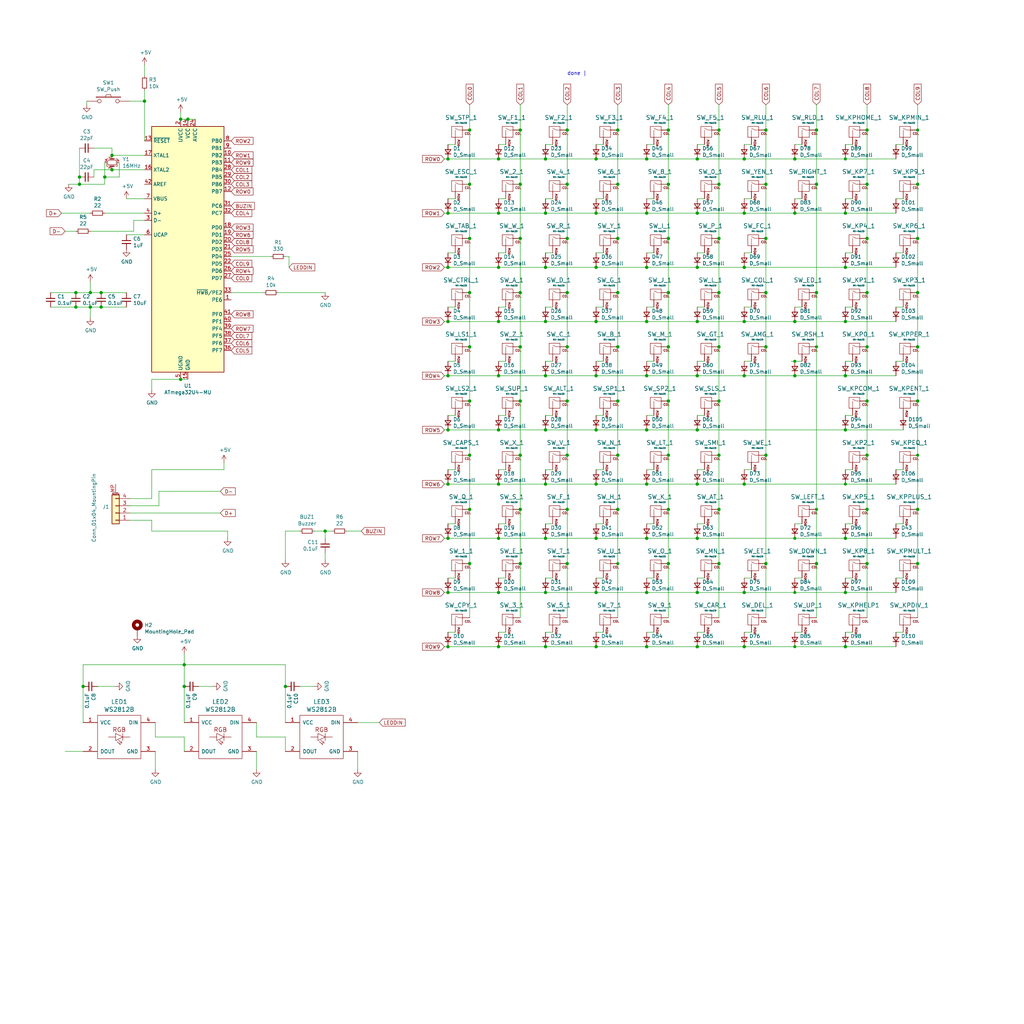
<source format=kicad_sch>
(kicad_sch (version 20221206) (generator eeschema)
  (paper "User" 359.994 359.994)
  (junction (at 29.21 241.3) (diameter 1.016))
  (junction (at 269.24 160.02) (diameter 1.016))
  (junction (at 209.55 189.23) (diameter 1.016))
  (junction (at 252.73 121.92) (diameter 1.016))
  (junction (at 234.95 179.07) (diameter 1.016))
  (junction (at 199.39 83.82) (diameter 1.016))
  (junction (at 191.77 113.03) (diameter 1.016))
  (junction (at 261.62 132.08) (diameter 1.016))
  (junction (at 191.77 227.33) (diameter 1.016))
  (junction (at 157.48 189.23) (diameter 1.016))
  (junction (at 252.73 64.77) (diameter 1.016))
  (junction (at 31.75 107.95) (diameter 1.016))
  (junction (at 227.33 93.98) (diameter 1.016))
  (junction (at 182.88 179.07) (diameter 1.016))
  (junction (at 157.48 208.28) (diameter 1.016))
  (junction (at 182.88 64.77) (diameter 1.016))
  (junction (at 165.1 179.07) (diameter 1.016))
  (junction (at 182.88 102.87) (diameter 1.016))
  (junction (at 27.94 64.77) (diameter 1.016))
  (junction (at 35.56 102.87) (diameter 1.016))
  (junction (at 191.77 132.08) (diameter 1.016))
  (junction (at 63.5 41.91) (diameter 1.016))
  (junction (at 245.11 93.98) (diameter 1.016))
  (junction (at 165.1 102.87) (diameter 1.016))
  (junction (at 234.95 64.77) (diameter 1.016))
  (junction (at 217.17 45.72) (diameter 1.016))
  (junction (at 217.17 102.87) (diameter 1.016))
  (junction (at 261.62 170.18) (diameter 1.016))
  (junction (at 304.8 198.12) (diameter 1.016))
  (junction (at 252.73 160.02) (diameter 1.016))
  (junction (at 234.95 45.72) (diameter 1.016))
  (junction (at 322.58 45.72))
  (junction (at 175.26 189.23) (diameter 1.016))
  (junction (at 165.1 83.82) (diameter 1.016))
  (junction (at 322.58 64.77) (diameter 1.016))
  (junction (at 209.55 74.93) (diameter 1.016))
  (junction (at 209.55 151.13) (diameter 1.016))
  (junction (at 175.26 113.03) (diameter 1.016))
  (junction (at 175.26 170.18) (diameter 1.016))
  (junction (at 165.1 140.97) (diameter 1.016))
  (junction (at 227.33 55.88) (diameter 1.016))
  (junction (at 252.73 45.72) (diameter 1.016))
  (junction (at 209.55 170.18) (diameter 1.016))
  (junction (at 297.18 208.28) (diameter 1.016))
  (junction (at 217.17 64.77) (diameter 1.016))
  (junction (at 297.18 189.23) (diameter 1.016))
  (junction (at 297.18 113.03) (diameter 1.016))
  (junction (at 209.55 55.88) (diameter 1.016))
  (junction (at 279.4 113.03) (diameter 1.016))
  (junction (at 199.39 64.77) (diameter 1.016))
  (junction (at 199.39 102.87) (diameter 1.016))
  (junction (at 304.8 64.77) (diameter 1.016))
  (junction (at 227.33 227.33) (diameter 1.016))
  (junction (at 157.48 93.98) (diameter 1.016))
  (junction (at 245.11 208.28) (diameter 1.016))
  (junction (at 269.24 45.72) (diameter 1.016))
  (junction (at 64.77 233.68) (diameter 1.016))
  (junction (at 279.4 55.88) (diameter 1.016))
  (junction (at 269.24 121.92) (diameter 1.016))
  (junction (at 269.24 83.82) (diameter 1.016))
  (junction (at 279.4 74.93) (diameter 1.016))
  (junction (at 209.55 132.08) (diameter 1.016))
  (junction (at 252.73 102.87) (diameter 1.016))
  (junction (at 297.18 151.13) (diameter 1.016))
  (junction (at 31.75 102.87) (diameter 1.016))
  (junction (at 157.48 227.33) (diameter 1.016))
  (junction (at 157.48 113.03) (diameter 1.016))
  (junction (at 175.26 93.98) (diameter 1.016))
  (junction (at 322.58 160.02))
  (junction (at 165.1 198.12) (diameter 1.016))
  (junction (at 209.55 208.28) (diameter 1.016))
  (junction (at 279.4 127))
  (junction (at 297.18 227.33) (diameter 1.016))
  (junction (at 304.8 179.07) (diameter 1.016))
  (junction (at 175.26 208.28) (diameter 1.016))
  (junction (at 245.11 55.88) (diameter 1.016))
  (junction (at 287.02 179.07))
  (junction (at 66.04 41.91) (diameter 1.016))
  (junction (at 297.18 93.98) (diameter 1.016))
  (junction (at 297.18 170.18))
  (junction (at 100.33 241.3) (diameter 1.016))
  (junction (at 297.18 132.08) (diameter 1.016))
  (junction (at 50.8 35.56) (diameter 1.016))
  (junction (at 217.17 140.97) (diameter 1.016))
  (junction (at 227.33 151.13) (diameter 1.016))
  (junction (at 39.37 54.61) (diameter 1.016))
  (junction (at 269.24 64.77) (diameter 1.016))
  (junction (at 287.02 198.12) (diameter 1.016))
  (junction (at 217.17 198.12))
  (junction (at 63.5 133.35) (diameter 1.016))
  (junction (at 182.88 140.97) (diameter 1.016))
  (junction (at 191.77 151.13) (diameter 1.016))
  (junction (at 234.95 140.97) (diameter 1.016))
  (junction (at 191.77 170.18) (diameter 1.016))
  (junction (at 182.88 198.12) (diameter 1.016))
  (junction (at 64.77 241.3) (diameter 1.016))
  (junction (at 217.17 179.07) (diameter 1.016))
  (junction (at 191.77 189.23) (diameter 1.016))
  (junction (at 279.4 227.33))
  (junction (at 157.48 74.93) (diameter 1.016))
  (junction (at 279.4 208.28))
  (junction (at 287.02 45.72) (diameter 1.016))
  (junction (at 261.62 208.28) (diameter 1.016))
  (junction (at 287.02 121.92))
  (junction (at 287.02 64.77) (diameter 1.016))
  (junction (at 304.8 45.72) (diameter 1.016))
  (junction (at 322.58 179.07) (diameter 1.016))
  (junction (at 245.11 113.03) (diameter 1.016))
  (junction (at 261.62 113.03) (diameter 1.016))
  (junction (at 227.33 74.93) (diameter 1.016))
  (junction (at 304.8 160.02) (diameter 1.016))
  (junction (at 27.94 62.23) (diameter 1.016))
  (junction (at 234.95 198.12) (diameter 1.016))
  (junction (at 217.17 83.82) (diameter 1.016))
  (junction (at 191.77 74.93) (diameter 1.016))
  (junction (at 322.58 198.12) (diameter 1.016))
  (junction (at 322.58 102.87) (diameter 1.016))
  (junction (at 217.17 121.92) (diameter 1.016))
  (junction (at 322.58 121.92) (diameter 1.016))
  (junction (at 245.11 74.93) (diameter 1.016))
  (junction (at 252.73 83.82) (diameter 1.016))
  (junction (at 165.1 64.77) (diameter 1.016))
  (junction (at 297.18 74.93) (diameter 1.016))
  (junction (at 304.8 140.97) (diameter 1.016))
  (junction (at 157.48 151.13) (diameter 1.016))
  (junction (at 199.39 198.12) (diameter 1.016))
  (junction (at 234.95 121.92) (diameter 1.016))
  (junction (at 175.26 132.08) (diameter 1.016))
  (junction (at 322.58 140.97) (diameter 1.016))
  (junction (at 261.62 55.88) (diameter 1.016))
  (junction (at 252.73 140.97) (diameter 1.016))
  (junction (at 322.58 83.82) (diameter 1.016))
  (junction (at 217.17 160.02) (diameter 1.016))
  (junction (at 245.11 227.33) (diameter 1.016))
  (junction (at 114.3 186.69) (diameter 1.016))
  (junction (at 227.33 208.28) (diameter 1.016))
  (junction (at 245.11 170.18) (diameter 1.016))
  (junction (at 209.55 93.98) (diameter 1.016))
  (junction (at 304.8 121.92) (diameter 1.016))
  (junction (at 245.11 132.08) (diameter 1.016))
  (junction (at 191.77 93.98) (diameter 1.016))
  (junction (at 199.39 160.02) (diameter 1.016))
  (junction (at 157.48 170.18) (diameter 1.016))
  (junction (at 39.37 59.69) (diameter 1.016))
  (junction (at 287.02 102.87) (diameter 1.016))
  (junction (at 261.62 93.98) (diameter 1.016))
  (junction (at 36.83 62.23) (diameter 1.016))
  (junction (at 26.67 107.95) (diameter 1.016))
  (junction (at 182.88 121.92) (diameter 1.016))
  (junction (at 304.8 83.82) (diameter 1.016))
  (junction (at 199.39 140.97) (diameter 1.016))
  (junction (at 165.1 45.72) (diameter 1.016))
  (junction (at 234.95 102.87) (diameter 1.016))
  (junction (at 297.18 55.88))
  (junction (at 269.24 102.87) (diameter 1.016))
  (junction (at 199.39 45.72) (diameter 1.016))
  (junction (at 252.73 198.12) (diameter 1.016))
  (junction (at 199.39 121.92) (diameter 1.016))
  (junction (at 209.55 113.03) (diameter 1.016))
  (junction (at 157.48 132.08) (diameter 1.016))
  (junction (at 227.33 132.08) (diameter 1.016))
  (junction (at 209.55 227.33) (diameter 1.016))
  (junction (at 175.26 227.33) (diameter 1.016))
  (junction (at 182.88 160.02) (diameter 1.016))
  (junction (at 234.95 160.02) (diameter 1.016))
  (junction (at 261.62 74.93) (diameter 1.016))
  (junction (at 26.67 102.87) (diameter 1.016))
  (junction (at 227.33 170.18) (diameter 1.016))
  (junction (at 279.4 189.23))
  (junction (at 234.95 83.82) (diameter 1.016))
  (junction (at 279.4 132.08) (diameter 1.016))
  (junction (at 199.39 179.07) (diameter 1.016))
  (junction (at 227.33 113.03) (diameter 1.016))
  (junction (at 304.8 102.87) (diameter 1.016))
  (junction (at 175.26 74.93) (diameter 1.016))
  (junction (at 245.11 151.13) (diameter 1.016))
  (junction (at 245.11 189.23) (diameter 1.016))
  (junction (at 175.26 151.13) (diameter 1.016))
  (junction (at 182.88 83.82) (diameter 1.016))
  (junction (at 191.77 208.28) (diameter 1.016))
  (junction (at 252.73 179.07) (diameter 1.016))
  (junction (at 165.1 160.02) (diameter 1.016))
  (junction (at 191.77 55.88) (diameter 1.016))
  (junction (at 175.26 55.88) (diameter 1.016))
  (junction (at 182.88 45.72) (diameter 1.016))
  (junction (at 269.24 198.12) (diameter 1.016))
  (junction (at 165.1 121.92) (diameter 1.016))
  (junction (at 227.33 189.23) (diameter 1.016))
  (junction (at 261.62 227.33) (diameter 1.016))
  (junction (at 157.48 55.88) (diameter 1.016))
  (junction (at 35.56 107.95) (diameter 1.016))
  (wire (pts (xy 199.39 160.02) (xy 199.39 140.97)))
  (wire (pts (xy 165.1 198.12) (xy 165.1 217.17)))
  (wire (pts (xy 245.11 88.9) (xy 247.65 88.9)))
  (wire (pts (xy 175.26 203.2) (xy 177.8 203.2)))
  (wire (pts (xy 322.58 36.83) (xy 322.58 45.72)))
  (wire (pts (xy 209.55 113.03) (xy 227.33 113.03)))
  (wire (pts (xy 165.1 45.72) (xy 165.1 36.83)))
  (wire (pts (xy 165.1 64.77) (xy 165.1 83.82)))
  (wire (pts (xy 209.55 208.28) (xy 227.33 208.28)))
  (wire (pts (xy 227.33 227.33) (xy 245.11 227.33)))
  (wire (pts (xy 287.02 45.72) (xy 287.02 64.77)))
  (wire (pts (xy 297.18 132.08) (xy 314.96 132.08)))
  (wire (pts (xy 287.02 198.12) (xy 287.02 217.17)))
  (wire (pts (xy 157.48 74.93) (xy 175.26 74.93)))
  (wire (pts (xy 45.72 180.34) (xy 77.47 180.34)))
  (wire (pts (xy 279.4 227.33) (xy 297.18 227.33)))
  (wire (pts (xy 297.18 165.1) (xy 299.72 165.1)))
  (wire (pts (xy 245.11 151.13) (xy 297.18 151.13)))
  (wire (pts (xy 209.55 165.1) (xy 212.09 165.1)))
  (wire (pts (xy 269.24 121.92) (xy 269.24 102.87)))
  (wire (pts (xy 261.62 203.2) (xy 264.16 203.2)))
  (wire (pts (xy 54.61 259.08) (xy 54.61 254)))
  (wire (pts (xy 175.26 132.08) (xy 191.77 132.08)))
  (wire (pts (xy 21.59 74.93) (xy 31.75 74.93)))
  (wire (pts (xy 64.77 259.08) (xy 54.61 259.08)))
  (wire (pts (xy 90.17 264.16) (xy 90.17 270.51)))
  (wire (pts (xy 53.34 165.1) (xy 53.34 175.26)))
  (wire (pts (xy 279.4 50.8) (xy 281.94 50.8)))
  (wire (pts (xy 31.75 111.76) (xy 31.75 107.95)))
  (wire (pts (xy 191.77 170.18) (xy 209.55 170.18)))
  (wire (pts (xy 69.85 241.3) (xy 74.93 241.3)))
  (wire (pts (xy 191.77 113.03) (xy 209.55 113.03)))
  (wire (pts (xy 191.77 88.9) (xy 194.31 88.9)))
  (wire (pts (xy 64.77 241.3) (xy 64.77 254)))
  (wire (pts (xy 121.92 186.69) (xy 127 186.69)))
  (wire (pts (xy 252.73 160.02) (xy 252.73 179.07)))
  (wire (pts (xy 33.02 52.07) (xy 39.37 52.07)))
  (wire (pts (xy 44.45 69.85) (xy 50.8 69.85)))
  (wire (pts (xy 269.24 45.72) (xy 269.24 36.83)))
  (wire (pts (xy 261.62 50.8) (xy 264.16 50.8)))
  (wire (pts (xy 287.02 45.72) (xy 287.02 36.83)))
  (wire (pts (xy 39.37 59.69) (xy 50.8 59.69)))
  (wire (pts (xy 209.55 203.2) (xy 212.09 203.2)))
  (wire (pts (xy 279.4 184.15) (xy 281.94 184.15)))
  (wire (pts (xy 199.39 102.87) (xy 199.39 83.82)))
  (wire (pts (xy 227.33 151.13) (xy 245.11 151.13)))
  (wire (pts (xy 234.95 179.07) (xy 234.95 160.02)))
  (wire (pts (xy 209.55 74.93) (xy 227.33 74.93)))
  (wire (pts (xy 261.62 93.98) (xy 297.18 93.98)))
  (wire (pts (xy 63.5 133.35) (xy 66.04 133.35)))
  (wire (pts (xy 100.33 90.17) (xy 101.6 90.17)))
  (wire (pts (xy 217.17 83.82) (xy 217.17 102.87)))
  (wire (pts (xy 217.17 102.87) (xy 217.17 121.92)))
  (wire (pts (xy 279.4 222.25) (xy 281.94 222.25)))
  (wire (pts (xy 234.95 140.97) (xy 234.95 121.92)))
  (wire (pts (xy 245.11 170.18) (xy 261.62 170.18)))
  (wire (pts (xy 156.21 208.28) (xy 157.48 208.28)))
  (wire (pts (xy 157.48 189.23) (xy 175.26 189.23)))
  (wire (pts (xy 50.8 35.56) (xy 50.8 49.53)))
  (wire (pts (xy 304.8 217.17) (xy 304.8 198.12)))
  (wire (pts (xy 66.04 41.91) (xy 68.58 41.91)))
  (wire (pts (xy 175.26 184.15) (xy 177.8 184.15)))
  (wire (pts (xy 245.11 107.95) (xy 247.65 107.95)))
  (wire (pts (xy 252.73 198.12) (xy 252.73 217.17)))
  (wire (pts (xy 287.02 102.87) (xy 287.02 121.92)))
  (wire (pts (xy 245.11 93.98) (xy 261.62 93.98)))
  (wire (pts (xy 261.62 222.25) (xy 264.16 222.25)))
  (wire (pts (xy 279.4 127) (xy 281.94 127)))
  (wire (pts (xy 245.11 203.2) (xy 247.65 203.2)))
  (wire (pts (xy 227.33 74.93) (xy 245.11 74.93)))
  (wire (pts (xy 100.33 233.68) (xy 100.33 241.3)))
  (wire (pts (xy 297.18 189.23) (xy 314.96 189.23)))
  (wire (pts (xy 191.77 127) (xy 194.31 127)))
  (wire (pts (xy 114.3 194.31) (xy 114.3 196.85)))
  (wire (pts (xy 105.41 241.3) (xy 110.49 241.3)))
  (wire (pts (xy 199.39 45.72) (xy 199.39 36.83)))
  (wire (pts (xy 175.26 227.33) (xy 191.77 227.33)))
  (wire (pts (xy 227.33 55.88) (xy 245.11 55.88)))
  (wire (pts (xy 36.83 57.15) (xy 36.83 62.23)))
  (wire (pts (xy 227.33 170.18) (xy 245.11 170.18)))
  (wire (pts (xy 314.96 50.8) (xy 317.5 50.8)))
  (wire (pts (xy 234.95 102.87) (xy 234.95 83.82)))
  (wire (pts (xy 209.55 93.98) (xy 227.33 93.98)))
  (wire (pts (xy 182.88 160.02) (xy 182.88 179.07)))
  (wire (pts (xy 279.4 189.23) (xy 297.18 189.23)))
  (wire (pts (xy 261.62 107.95) (xy 264.16 107.95)))
  (wire (pts (xy 182.88 45.72) (xy 182.88 36.83)))
  (wire (pts (xy 234.95 160.02) (xy 234.95 140.97)))
  (wire (pts (xy 191.77 165.1) (xy 194.31 165.1)))
  (wire (pts (xy 227.33 69.85) (xy 229.87 69.85)))
  (wire (pts (xy 217.17 160.02) (xy 217.17 179.07)))
  (wire (pts (xy 199.39 121.92) (xy 199.39 102.87)))
  (wire (pts (xy 110.49 186.69) (xy 114.3 186.69)))
  (wire (pts (xy 114.3 186.69) (xy 116.84 186.69)))
  (wire (pts (xy 252.73 45.72) (xy 252.73 36.83)))
  (wire (pts (xy 227.33 203.2) (xy 229.87 203.2)))
  (wire (pts (xy 245.11 113.03) (xy 261.62 113.03)))
  (wire (pts (xy 157.48 165.1) (xy 160.02 165.1)))
  (wire (pts (xy 252.73 64.77) (xy 252.73 83.82)))
  (wire (pts (xy 157.48 55.88) (xy 175.26 55.88)))
  (wire (pts (xy 297.18 113.03) (xy 314.96 113.03)))
  (wire (pts (xy 261.62 88.9) (xy 264.16 88.9)))
  (wire (pts (xy 314.96 69.85) (xy 317.5 69.85)))
  (wire (pts (xy 234.95 64.77) (xy 234.95 45.72)))
  (wire (pts (xy 297.18 222.25) (xy 299.72 222.25)))
  (wire (pts (xy 252.73 102.87) (xy 252.73 121.92)))
  (wire (pts (xy 41.91 62.23) (xy 36.83 62.23)))
  (wire (pts (xy 245.11 127) (xy 247.65 127)))
  (wire (pts (xy 114.3 186.69) (xy 114.3 189.23)))
  (wire (pts (xy 279.4 132.08) (xy 297.18 132.08)))
  (wire (pts (xy 157.48 227.33) (xy 175.26 227.33)))
  (wire (pts (xy 175.26 107.95) (xy 177.8 107.95)))
  (wire (pts (xy 217.17 140.97) (xy 217.17 160.02)))
  (wire (pts (xy 50.8 26.67) (xy 50.8 22.86)))
  (wire (pts (xy 165.1 102.87) (xy 165.1 121.92)))
  (wire (pts (xy 322.58 102.87) (xy 322.58 121.92)))
  (wire (pts (xy 55.88 177.8) (xy 45.72 177.8)))
  (wire (pts (xy 245.11 222.25) (xy 247.65 222.25)))
  (wire (pts (xy 269.24 64.77) (xy 269.24 45.72)))
  (wire (pts (xy 269.24 102.87) (xy 269.24 83.82)))
  (wire (pts (xy 279.4 69.85) (xy 281.94 69.85)))
  (wire (pts (xy 165.1 121.92) (xy 165.1 140.97)))
  (wire (pts (xy 36.83 74.93) (xy 50.8 74.93)))
  (wire (pts (xy 314.96 107.95) (xy 317.5 107.95)))
  (wire (pts (xy 314.96 222.25) (xy 317.5 222.25)))
  (wire (pts (xy 287.02 121.92) (xy 287.02 179.07)))
  (wire (pts (xy 157.48 184.15) (xy 160.02 184.15)))
  (wire (pts (xy 191.77 227.33) (xy 209.55 227.33)))
  (wire (pts (xy 53.34 182.88) (xy 53.34 186.69)))
  (wire (pts (xy 191.77 69.85) (xy 194.31 69.85)))
  (wire (pts (xy 26.67 102.87) (xy 31.75 102.87)))
  (wire (pts (xy 252.73 121.92) (xy 252.73 140.97)))
  (wire (pts (xy 279.4 113.03) (xy 297.18 113.03)))
  (wire (pts (xy 156.21 132.08) (xy 157.48 132.08)))
  (wire (pts (xy 279.4 74.93) (xy 297.18 74.93)))
  (wire (pts (xy 261.62 113.03) (xy 279.4 113.03)))
  (wire (pts (xy 227.33 165.1) (xy 229.87 165.1)))
  (wire (pts (xy 279.4 107.95) (xy 281.94 107.95)))
  (wire (pts (xy 165.1 45.72) (xy 165.1 64.77)))
  (wire (pts (xy 55.88 172.72) (xy 55.88 177.8)))
  (wire (pts (xy 27.94 52.07) (xy 27.94 62.23)))
  (wire (pts (xy 156.21 55.88) (xy 157.48 55.88)))
  (wire (pts (xy 39.37 59.69) (xy 33.02 59.69)))
  (wire (pts (xy 199.39 83.82) (xy 199.39 64.77)))
  (wire (pts (xy 78.74 162.56) (xy 78.74 165.1)))
  (wire (pts (xy 245.11 189.23) (xy 279.4 189.23)))
  (wire (pts (xy 245.11 50.8) (xy 247.65 50.8)))
  (wire (pts (xy 297.18 55.88) (xy 314.96 55.88)))
  (wire (pts (xy 157.48 69.85) (xy 160.02 69.85)))
  (wire (pts (xy 261.62 208.28) (xy 279.4 208.28)))
  (wire (pts (xy 64.77 233.68) (xy 64.77 229.87)))
  (wire (pts (xy 209.55 170.18) (xy 227.33 170.18)))
  (wire (pts (xy 191.77 208.28) (xy 209.55 208.28)))
  (wire (pts (xy 245.11 74.93) (xy 261.62 74.93)))
  (wire (pts (xy 182.88 140.97) (xy 182.88 160.02)))
  (wire (pts (xy 27.94 64.77) (xy 24.13 64.77)))
  (wire (pts (xy 157.48 146.05) (xy 160.02 146.05)))
  (wire (pts (xy 182.88 179.07) (xy 182.88 198.12)))
  (wire (pts (xy 165.1 83.82) (xy 165.1 102.87)))
  (wire (pts (xy 101.6 90.17) (xy 101.6 93.98)))
  (wire (pts (xy 125.73 264.16) (xy 125.73 270.51)))
  (wire (pts (xy 314.96 165.1) (xy 317.5 165.1)))
  (wire (pts (xy 41.91 57.15) (xy 41.91 62.23)))
  (wire (pts (xy 165.1 160.02) (xy 165.1 179.07)))
  (wire (pts (xy 217.17 45.72) (xy 217.17 36.83)))
  (wire (pts (xy 304.8 121.92) (xy 304.8 102.87)))
  (wire (pts (xy 157.48 151.13) (xy 175.26 151.13)))
  (wire (pts (xy 29.21 233.68) (xy 29.21 241.3)))
  (wire (pts (xy 199.39 179.07) (xy 199.39 160.02)))
  (wire (pts (xy 80.01 186.69) (xy 80.01 189.23)))
  (wire (pts (xy 157.48 208.28) (xy 175.26 208.28)))
  (wire (pts (xy 252.73 179.07) (xy 252.73 198.12)))
  (wire (pts (xy 245.11 165.1) (xy 247.65 165.1)))
  (wire (pts (xy 234.95 121.92) (xy 234.95 102.87)))
  (wire (pts (xy 227.33 88.9) (xy 229.87 88.9)))
  (wire (pts (xy 209.55 50.8) (xy 212.09 50.8)))
  (wire (pts (xy 31.75 81.28) (xy 46.99 81.28)))
  (wire (pts (xy 46.99 81.28) (xy 46.99 77.47)))
  (wire (pts (xy 175.26 74.93) (xy 191.77 74.93)))
  (wire (pts (xy 182.88 45.72) (xy 182.88 64.77)))
  (wire (pts (xy 234.95 45.72) (xy 234.95 36.83)))
  (wire (pts (xy 36.83 64.77) (xy 27.94 64.77)))
  (wire (pts (xy 175.26 170.18) (xy 191.77 170.18)))
  (wire (pts (xy 50.8 54.61) (xy 39.37 54.61)))
  (wire (pts (xy 31.75 107.95) (xy 26.67 107.95)))
  (wire (pts (xy 322.58 64.77) (xy 322.58 83.82)))
  (wire (pts (xy 175.26 127) (xy 177.8 127)))
  (wire (pts (xy 100.33 264.16) (xy 100.33 259.08)))
  (wire (pts (xy 175.26 208.28) (xy 191.77 208.28)))
  (wire (pts (xy 157.48 170.18) (xy 175.26 170.18)))
  (wire (pts (xy 191.77 184.15) (xy 194.31 184.15)))
  (wire (pts (xy 261.62 127) (xy 264.16 127)))
  (wire (pts (xy 234.95 198.12) (xy 234.95 179.07)))
  (wire (pts (xy 297.18 93.98) (xy 314.96 93.98)))
  (wire (pts (xy 191.77 74.93) (xy 209.55 74.93)))
  (wire (pts (xy 157.48 127) (xy 160.02 127)))
  (wire (pts (xy 191.77 146.05) (xy 194.31 146.05)))
  (wire (pts (xy 227.33 113.03) (xy 245.11 113.03)))
  (wire (pts (xy 234.95 217.17) (xy 234.95 198.12)))
  (wire (pts (xy 175.26 151.13) (xy 191.77 151.13)))
  (wire (pts (xy 209.55 184.15) (xy 212.09 184.15)))
  (wire (pts (xy 81.28 102.87) (xy 92.71 102.87)))
  (wire (pts (xy 175.26 189.23) (xy 191.77 189.23)))
  (wire (pts (xy 156.21 227.33) (xy 157.48 227.33)))
  (wire (pts (xy 182.88 64.77) (xy 182.88 83.82)))
  (wire (pts (xy 157.48 222.25) (xy 160.02 222.25)))
  (wire (pts (xy 261.62 74.93) (xy 279.4 74.93)))
  (wire (pts (xy 175.26 69.85) (xy 177.8 69.85)))
  (wire (pts (xy 156.21 74.93) (xy 157.48 74.93)))
  (wire (pts (xy 261.62 132.08) (xy 279.4 132.08)))
  (wire (pts (xy 100.33 259.08) (xy 90.17 259.08)))
  (wire (pts (xy 44.45 107.95) (xy 35.56 107.95)))
  (wire (pts (xy 297.18 50.8) (xy 299.72 50.8)))
  (wire (pts (xy 245.11 69.85) (xy 247.65 69.85)))
  (wire (pts (xy 261.62 165.1) (xy 264.16 165.1)))
  (wire (pts (xy 297.18 127) (xy 299.72 127)))
  (wire (pts (xy 209.55 189.23) (xy 227.33 189.23)))
  (wire (pts (xy 175.26 146.05) (xy 177.8 146.05)))
  (wire (pts (xy 269.24 217.17) (xy 269.24 198.12)))
  (wire (pts (xy 17.78 102.87) (xy 26.67 102.87)))
  (wire (pts (xy 191.77 189.23) (xy 209.55 189.23)))
  (wire (pts (xy 322.58 121.92) (xy 322.58 140.97)))
  (wire (pts (xy 322.58 140.97) (xy 322.58 160.02)))
  (wire (pts (xy 322.58 179.07) (xy 322.58 198.12)))
  (wire (pts (xy 209.55 132.08) (xy 227.33 132.08)))
  (wire (pts (xy 26.67 107.95) (xy 17.78 107.95)))
  (wire (pts (xy 191.77 55.88) (xy 209.55 55.88)))
  (wire (pts (xy 90.17 259.08) (xy 90.17 254)))
  (wire (pts (xy 53.34 182.88) (xy 45.72 182.88)))
  (wire (pts (xy 245.11 184.15) (xy 247.65 184.15)))
  (wire (pts (xy 217.17 64.77) (xy 217.17 83.82)))
  (wire (pts (xy 199.39 64.77) (xy 199.39 45.72)))
  (wire (pts (xy 245.11 55.88) (xy 261.62 55.88)))
  (wire (pts (xy 191.77 132.08) (xy 209.55 132.08)))
  (wire (pts (xy 227.33 189.23) (xy 245.11 189.23)))
  (wire (pts (xy 45.72 35.56) (xy 50.8 35.56)))
  (wire (pts (xy 227.33 127) (xy 229.87 127)))
  (wire (pts (xy 100.33 241.3) (xy 100.33 254)))
  (wire (pts (xy 29.21 264.16) (xy 22.86 264.16)))
  (wire (pts (xy 304.8 83.82) (xy 304.8 64.77)))
  (wire (pts (xy 191.77 107.95) (xy 194.31 107.95)))
  (wire (pts (xy 182.88 83.82) (xy 182.88 102.87)))
  (wire (pts (xy 64.77 233.68) (xy 64.77 241.3)))
  (wire (pts (xy 53.34 137.16) (xy 53.34 133.35)))
  (wire (pts (xy 314.96 127) (xy 317.5 127)))
  (wire (pts (xy 63.5 41.91) (xy 63.5 39.37)))
  (wire (pts (xy 227.33 146.05) (xy 229.87 146.05)))
  (wire (pts (xy 55.88 172.72) (xy 77.47 172.72)))
  (wire (pts (xy 175.26 222.25) (xy 177.8 222.25)))
  (wire (pts (xy 314.96 203.2) (xy 317.5 203.2)))
  (wire (pts (xy 157.48 93.98) (xy 175.26 93.98)))
  (wire (pts (xy 156.21 113.03) (xy 157.48 113.03)))
  (wire (pts (xy 252.73 83.82) (xy 252.73 102.87)))
  (wire (pts (xy 36.83 62.23) (xy 36.83 64.77)))
  (wire (pts (xy 157.48 107.95) (xy 160.02 107.95)))
  (wire (pts (xy 46.99 77.47) (xy 50.8 77.47)))
  (wire (pts (xy 209.55 127) (xy 212.09 127)))
  (wire (pts (xy 191.77 93.98) (xy 209.55 93.98)))
  (wire (pts (xy 50.8 35.56) (xy 50.8 31.75)))
  (wire (pts (xy 209.55 107.95) (xy 212.09 107.95)))
  (wire (pts (xy 217.17 198.12) (xy 217.17 217.17)))
  (wire (pts (xy 133.35 254) (xy 125.73 254)))
  (wire (pts (xy 53.34 165.1) (xy 78.74 165.1)))
  (wire (pts (xy 22.86 81.28) (xy 26.67 81.28)))
  (wire (pts (xy 175.26 88.9) (xy 177.8 88.9)))
  (wire (pts (xy 157.48 50.8) (xy 160.02 50.8)))
  (wire (pts (xy 297.18 146.05) (xy 299.72 146.05)))
  (wire (pts (xy 50.8 82.55) (xy 44.45 82.55)))
  (wire (pts (xy 227.33 208.28) (xy 245.11 208.28)))
  (wire (pts (xy 199.39 198.12) (xy 199.39 179.07)))
  (wire (pts (xy 227.33 222.25) (xy 229.87 222.25)))
  (wire (pts (xy 304.8 140.97) (xy 304.8 121.92)))
  (wire (pts (xy 304.8 64.77) (xy 304.8 45.72)))
  (wire (pts (xy 297.18 227.33) (xy 314.96 227.33)))
  (wire (pts (xy 279.4 203.2) (xy 281.94 203.2)))
  (wire (pts (xy 304.8 45.72) (xy 304.8 36.83)))
  (wire (pts (xy 279.4 208.28) (xy 297.18 208.28)))
  (wire (pts (xy 175.26 165.1) (xy 177.8 165.1)))
  (wire (pts (xy 322.58 83.82) (xy 322.58 102.87)))
  (wire (pts (xy 261.62 69.85) (xy 264.16 69.85)))
  (wire (pts (xy 64.77 264.16) (xy 64.77 259.08)))
  (wire (pts (xy 279.4 55.88) (xy 297.18 55.88)))
  (wire (pts (xy 191.77 222.25) (xy 194.31 222.25)))
  (wire (pts (xy 322.58 160.02) (xy 322.58 179.07)))
  (wire (pts (xy 297.18 88.9) (xy 299.72 88.9)))
  (wire (pts (xy 175.26 113.03) (xy 191.77 113.03)))
  (wire (pts (xy 252.73 45.72) (xy 252.73 64.77)))
  (wire (pts (xy 175.26 93.98) (xy 191.77 93.98)))
  (wire (pts (xy 157.48 132.08) (xy 175.26 132.08)))
  (wire (pts (xy 156.21 170.18) (xy 157.48 170.18)))
  (wire (pts (xy 322.58 198.12) (xy 322.58 217.17)))
  (wire (pts (xy 297.18 107.95) (xy 299.72 107.95)))
  (wire (pts (xy 100.33 186.69) (xy 100.33 196.85)))
  (wire (pts (xy 63.5 41.91) (xy 66.04 41.91)))
  (wire (pts (xy 261.62 55.88) (xy 279.4 55.88)))
  (wire (pts (xy 297.18 208.28) (xy 314.96 208.28)))
  (wire (pts (xy 322.58 45.72) (xy 322.58 64.77)))
  (wire (pts (xy 175.26 50.8) (xy 177.8 50.8)))
  (wire (pts (xy 209.55 227.33) (xy 227.33 227.33)))
  (wire (pts (xy 156.21 189.23) (xy 157.48 189.23)))
  (wire (pts (xy 165.1 179.07) (xy 165.1 198.12)))
  (wire (pts (xy 64.77 233.68) (xy 29.21 233.68)))
  (wire (pts (xy 157.48 113.03) (xy 175.26 113.03)))
  (wire (pts (xy 261.62 227.33) (xy 279.4 227.33)))
  (wire (pts (xy 182.88 198.12) (xy 182.88 217.17)))
  (wire (pts (xy 191.77 151.13) (xy 209.55 151.13)))
  (wire (pts (xy 287.02 179.07) (xy 287.02 198.12)))
  (wire (pts (xy 191.77 50.8) (xy 194.31 50.8)))
  (wire (pts (xy 53.34 186.69) (xy 80.01 186.69)))
  (wire (pts (xy 304.8 160.02) (xy 304.8 140.97)))
  (wire (pts (xy 33.02 59.69) (xy 33.02 62.23)))
  (wire (pts (xy 156.21 93.98) (xy 157.48 93.98)))
  (wire (pts (xy 53.34 133.35) (xy 63.5 133.35)))
  (wire (pts (xy 245.11 132.08) (xy 261.62 132.08)))
  (wire (pts (xy 227.33 107.95) (xy 229.87 107.95)))
  (wire (pts (xy 182.88 121.92) (xy 182.88 140.97)))
  (wire (pts (xy 31.75 102.87) (xy 31.75 99.06)))
  (wire (pts (xy 97.79 102.87) (xy 114.3 102.87)))
  (wire (pts (xy 156.21 151.13) (xy 157.48 151.13)))
  (wire (pts (xy 217.17 179.07) (xy 217.17 198.12)))
  (wire (pts (xy 269.24 121.92) (xy 269.24 160.02)))
  (wire (pts (xy 209.55 146.05) (xy 212.09 146.05)))
  (wire (pts (xy 35.56 102.87) (xy 44.45 102.87)))
  (wire (pts (xy 234.95 83.82) (xy 234.95 64.77)))
  (wire (pts (xy 227.33 50.8) (xy 229.87 50.8)))
  (wire (pts (xy 217.17 45.72) (xy 217.17 64.77)))
  (wire (pts (xy 165.1 140.97) (xy 165.1 160.02)))
  (wire (pts (xy 304.8 179.07) (xy 304.8 160.02)))
  (wire (pts (xy 31.75 102.87) (xy 35.56 102.87)))
  (wire (pts (xy 297.18 74.93) (xy 314.96 74.93)))
  (wire (pts (xy 39.37 52.07) (xy 39.37 54.61)))
  (wire (pts (xy 217.17 121.92) (xy 217.17 140.97)))
  (wire (pts (xy 157.48 203.2) (xy 160.02 203.2)))
  (wire (pts (xy 297.18 69.85) (xy 299.72 69.85)))
  (wire (pts (xy 314.96 184.15) (xy 317.5 184.15)))
  (wire (pts (xy 199.39 140.97) (xy 199.39 121.92)))
  (wire (pts (xy 182.88 102.87) (xy 182.88 121.92)))
  (wire (pts (xy 227.33 184.15) (xy 229.87 184.15)))
  (wire (pts (xy 261.62 170.18) (xy 297.18 170.18)))
  (wire (pts (xy 297.18 184.15) (xy 299.72 184.15)))
  (wire (pts (xy 209.55 69.85) (xy 212.09 69.85)))
  (wire (pts (xy 209.55 55.88) (xy 227.33 55.88)))
  (wire (pts (xy 304.8 102.87) (xy 304.8 83.82)))
  (wire (pts (xy 297.18 151.13) (xy 317.5 151.13)))
  (wire (pts (xy 227.33 93.98) (xy 245.11 93.98)))
  (wire (pts (xy 30.48 36.83) (xy 30.48 35.56)))
  (wire (pts (xy 209.55 88.9) (xy 212.09 88.9)))
  (wire (pts (xy 245.11 208.28) (xy 261.62 208.28)))
  (wire (pts (xy 100.33 186.69) (xy 105.41 186.69)))
  (wire (pts (xy 245.11 146.05) (xy 247.65 146.05)))
  (wire (pts (xy 157.48 88.9) (xy 160.02 88.9)))
  (wire (pts (xy 64.77 233.68) (xy 100.33 233.68)))
  (wire (pts (xy 209.55 151.13) (xy 227.33 151.13)))
  (wire (pts (xy 45.72 175.26) (xy 53.34 175.26)))
  (wire (pts (xy 54.61 264.16) (xy 54.61 270.51)))
  (wire (pts (xy 297.18 203.2) (xy 299.72 203.2)))
  (wire (pts (xy 81.28 90.17) (xy 95.25 90.17)))
  (wire (pts (xy 227.33 132.08) (xy 245.11 132.08)))
  (wire (pts (xy 269.24 83.82) (xy 269.24 64.77)))
  (wire (pts (xy 314.96 88.9) (xy 317.5 88.9)))
  (wire (pts (xy 34.29 241.3) (xy 40.64 241.3)))
  (wire (pts (xy 29.21 241.3) (xy 29.21 254)))
  (wire (pts (xy 209.55 222.25) (xy 212.09 222.25)))
  (wire (pts (xy 191.77 203.2) (xy 194.31 203.2)))
  (wire (pts (xy 252.73 140.97) (xy 252.73 160.02)))
  (wire (pts (xy 245.11 227.33) (xy 261.62 227.33)))
  (wire (pts (xy 269.24 160.02) (xy 269.24 198.12)))
  (wire (pts (xy 278.13 127) (xy 279.4 127)))
  (wire (pts (xy 27.94 62.23) (xy 27.94 64.77)))
  (wire (pts (xy 287.02 64.77) (xy 287.02 102.87)))
  (wire (pts (xy 35.56 107.95) (xy 31.75 107.95)))
  (wire (pts (xy 304.8 198.12) (xy 304.8 179.07)))
  (wire (pts (xy 297.18 170.18) (xy 314.96 170.18)))
  (wire (pts (xy 199.39 217.17) (xy 199.39 198.12)))
  (wire (pts (xy 175.26 55.88) (xy 191.77 55.88)))
  (text "done |" (at 199.39 26.67 0) (effects (font (size 1.27 1.27)) (justify left bottom)))
  (global_label "ROW2" (shape input) (at 81.28 49.53 0) (property "Intersheetrefs" "${INTERSHEET_REFS}" (effects hide)))
  (global_label "COL8" (shape input) (at 304.8 36.83 90) (property "Intersheetrefs" "${INTERSHEET_REFS}" (effects hide)))
  (global_label "COL5" (shape input) (at 81.28 123.19 0) (property "Intersheetrefs" "${INTERSHEET_REFS}" (effects hide)))
  (global_label "LEDDIN" (shape input) (at 101.6 93.98 0) (property "Intersheetrefs" "${INTERSHEET_REFS}" (effects hide)))
  (global_label "D+" (shape input) (at 77.47 180.34 0) (property "Intersheetrefs" "${INTERSHEET_REFS}" (effects hide)))
  (global_label "ROW3" (shape input) (at 156.21 113.03 180) (property "Intersheetrefs" "${INTERSHEET_REFS}" (effects hide)))
  (global_label "COL3" (shape input) (at 81.28 64.77 0) (property "Intersheetrefs" "${INTERSHEET_REFS}" (effects hide)))
  (global_label "COL8" (shape input) (at 81.28 85.09 0) (property "Intersheetrefs" "${INTERSHEET_REFS}" (effects hide)))
  (global_label "ROW4" (shape input) (at 81.28 95.25 0) (property "Intersheetrefs" "${INTERSHEET_REFS}" (effects hide)))
  (global_label "COL4" (shape input) (at 81.28 74.93 0) (property "Intersheetrefs" "${INTERSHEET_REFS}" (effects hide)))
  (global_label "ROW3" (shape input) (at 81.28 80.01 0) (property "Intersheetrefs" "${INTERSHEET_REFS}" (effects hide)))
  (global_label "COL3" (shape input) (at 217.17 36.83 90) (property "Intersheetrefs" "${INTERSHEET_REFS}" (effects hide)))
  (global_label "ROW7" (shape input) (at 81.28 115.57 0) (property "Intersheetrefs" "${INTERSHEET_REFS}" (effects hide)))
  (global_label "ROW5" (shape input) (at 156.21 151.13 180) (property "Intersheetrefs" "${INTERSHEET_REFS}" (effects hide)))
  (global_label "COL2" (shape input) (at 199.39 36.83 90) (property "Intersheetrefs" "${INTERSHEET_REFS}" (effects hide)))
  (global_label "ROW6" (shape input) (at 156.21 170.18 180) (property "Intersheetrefs" "${INTERSHEET_REFS}" (effects hide)))
  (global_label "D+" (shape input) (at 21.59 74.93 180) (property "Intersheetrefs" "${INTERSHEET_REFS}" (effects hide)))
  (global_label "COL2" (shape input) (at 81.28 62.23 0) (property "Intersheetrefs" "${INTERSHEET_REFS}" (effects hide)))
  (global_label "COL7" (shape input) (at 287.02 36.83 90) (property "Intersheetrefs" "${INTERSHEET_REFS}" (effects hide)))
  (global_label "D-" (shape input) (at 22.86 81.28 180) (property "Intersheetrefs" "${INTERSHEET_REFS}" (effects hide)))
  (global_label "ROW2" (shape input) (at 156.21 93.98 180) (property "Intersheetrefs" "${INTERSHEET_REFS}" (effects hide)))
  (global_label "ROW0" (shape input) (at 156.21 55.88 180) (property "Intersheetrefs" "${INTERSHEET_REFS}" (effects hide)))
  (global_label "LEDDIN" (shape input) (at 133.35 254 0) (property "Intersheetrefs" "${INTERSHEET_REFS}" (effects hide)))
  (global_label "COL7" (shape input) (at 81.28 118.11 0) (property "Intersheetrefs" "${INTERSHEET_REFS}" (effects hide)))
  (global_label "ROW1" (shape input) (at 156.21 74.93 180) (property "Intersheetrefs" "${INTERSHEET_REFS}" (effects hide)))
  (global_label "ROW8" (shape input) (at 81.28 110.49 0) (property "Intersheetrefs" "${INTERSHEET_REFS}" (effects hide)))
  (global_label "ROW5" (shape input) (at 81.28 87.63 0) (property "Intersheetrefs" "${INTERSHEET_REFS}" (effects hide)))
  (global_label "COL1" (shape input) (at 81.28 59.69 0) (property "Intersheetrefs" "${INTERSHEET_REFS}" (effects hide)))
  (global_label "ROW9" (shape input) (at 156.21 227.33 180) (property "Intersheetrefs" "${INTERSHEET_REFS}" (effects hide)))
  (global_label "COL6" (shape input) (at 81.28 120.65 0) (property "Intersheetrefs" "${INTERSHEET_REFS}" (effects hide)))
  (global_label "ROW9" (shape input) (at 81.28 57.15 0) (property "Intersheetrefs" "${INTERSHEET_REFS}" (effects hide)))
  (global_label "COL9" (shape input) (at 81.28 92.71 0) (property "Intersheetrefs" "${INTERSHEET_REFS}" (effects hide)))
  (global_label "COL0" (shape input) (at 165.1 36.83 90) (property "Intersheetrefs" "${INTERSHEET_REFS}" (effects hide)))
  (global_label "COL0" (shape input) (at 81.28 97.79 0) (property "Intersheetrefs" "${INTERSHEET_REFS}" (effects hide)))
  (global_label "COL4" (shape input) (at 234.95 36.83 90) (property "Intersheetrefs" "${INTERSHEET_REFS}" (effects hide)))
  (global_label "D-" (shape input) (at 77.47 172.72 0) (property "Intersheetrefs" "${INTERSHEET_REFS}" (effects hide)))
  (global_label "BUZIN" (shape input) (at 127 186.69 0) (property "Intersheetrefs" "${INTERSHEET_REFS}" (effects hide)))
  (global_label "ROW8" (shape input) (at 156.21 208.28 180) (property "Intersheetrefs" "${INTERSHEET_REFS}" (effects hide)))
  (global_label "ROW6" (shape input) (at 81.28 82.55 0) (property "Intersheetrefs" "${INTERSHEET_REFS}" (effects hide)))
  (global_label "COL6" (shape input) (at 269.24 36.83 90) (property "Intersheetrefs" "${INTERSHEET_REFS}" (effects hide)))
  (global_label "COL1" (shape input) (at 182.88 36.83 90) (property "Intersheetrefs" "${INTERSHEET_REFS}" (effects hide)))
  (global_label "ROW1" (shape input) (at 81.28 54.61 0) (property "Intersheetrefs" "${INTERSHEET_REFS}" (effects hide)))
  (global_label "ROW0" (shape input) (at 81.28 67.31 0) (property "Intersheetrefs" "${INTERSHEET_REFS}" (effects hide)))
  (global_label "ROW7" (shape input) (at 156.21 189.23 180) (property "Intersheetrefs" "${INTERSHEET_REFS}" (effects hide)))
  (global_label "ROW4" (shape input) (at 156.21 132.08 180) (property "Intersheetrefs" "${INTERSHEET_REFS}" (effects hide)))
  (global_label "COL9" (shape input) (at 322.58 36.83 90) (property "Intersheetrefs" "${INTERSHEET_REFS}" (effects hide)))
  (global_label "COL5" (shape input) (at 252.73 36.83 90) (property "Intersheetrefs" "${INTERSHEET_REFS}" (effects hide)))
  (global_label "BUZIN" (shape input) (at 81.28 72.39 0) (property "Intersheetrefs" "${INTERSHEET_REFS}" (effects hide)))
  (symbol (lib_id "power:GND") (at 53.34 137.16 0) (unit 1)
    (property "Reference" "#PWR0101" (effects hide))
    (property "Value" "GND" (at 53.467 141.5542 0))
  )
  (symbol (lib_id "power:+5V") (at 63.5 39.37 0) (unit 1)
    (property "Reference" "#PWR0102" (effects hide))
    (property "Value" "+5V" (at 63.881 34.9758 0))
  )
  (symbol (lib_id "power:+5V") (at 78.74 162.56 0) (unit 1)
    (property "Reference" "#PWR0111" (effects hide))
    (property "Value" "+5V" (at 79.121 158.1658 0))
  )
  (symbol (lib_id "Device:R_Small") (at 95.25 102.87 270) (unit 1)
    (property "Reference" "R4" (at 95.25 97.8916 90))
    (property "Value" "10k" (at 95.25 100.203 90))
    (property "Footprint" "Resistor_SMD:R_0805_2012Metric" (effects hide))
    (property "Sim.Device" "SPICE" (effects hide))
    (property "Sim.Params" "type=\"\" model=\"10k\" lib=\"\"" (effects hide))
    (property "Sim.Pins" "1=1 2=2" (effects hide))
  )
  (symbol (lib_id "power:GND") (at 114.3 102.87 0) (unit 1)
    (property "Reference" "#PWR0103" (effects hide))
    (property "Value" "GND" (at 114.427 107.2642 0))
  )
  (symbol (lib_id "Device:C_Small") (at 44.45 85.09 0) (unit 1)
    (property "Reference" "C6" (at 46.7868 83.9216 0) (effects (justify left)))
    (property "Value" "1uF" (at 46.7868 86.233 0) (effects (justify left)))
    (property "Footprint" "Capacitor_SMD:C_0805_2012Metric" (effects hide))
    (property "Sim.Device" "SPICE" (effects hide))
    (property "Sim.Params" "type=\"\" model=\"1u\" lib=\"\"" (effects hide))
    (property "Sim.Pins" "1=1 2=2" (effects hide))
  )
  (symbol (lib_id "power:GND") (at 44.45 87.63 0) (unit 1)
    (property "Reference" "#PWR0107" (effects hide))
    (property "Value" "GND" (at 44.577 92.0242 0))
  )
  (symbol (lib_id "Device:C_Small") (at 17.78 105.41 0) (unit 1)
    (property "Reference" "C1" (at 20.1168 104.2416 0) (effects (justify left)))
    (property "Value" "0.1uF" (at 20.1168 106.553 0) (effects (justify left)))
    (property "Footprint" "Capacitor_SMD:C_0805_2012Metric" (effects hide))
    (property "Sim.Device" "SPICE" (effects hide))
    (property "Sim.Params" "type=\"\" model=\"0.1u\" lib=\"\"" (effects hide))
    (property "Sim.Pins" "1=1 2=2" (effects hide))
  )
  (symbol (lib_id "Device:C_Small") (at 26.67 105.41 0) (unit 1)
    (property "Reference" "C2" (at 29.0068 104.2416 0) (effects (justify left)))
    (property "Value" "0.1uF" (at 29.0068 106.553 0) (effects (justify left)))
    (property "Footprint" "Capacitor_SMD:C_0805_2012Metric" (effects hide))
    (property "Sim.Device" "SPICE" (effects hide))
    (property "Sim.Params" "type=\"\" model=\"0.1u\" lib=\"\"" (effects hide))
    (property "Sim.Pins" "1=1 2=2" (effects hide))
  )
  (symbol (lib_id "Device:C_Small") (at 35.56 105.41 0) (unit 1)
    (property "Reference" "C5" (at 37.8968 104.2416 0) (effects (justify left)))
    (property "Value" "0.1uF" (at 37.8968 106.553 0) (effects (justify left)))
    (property "Footprint" "Capacitor_SMD:C_0805_2012Metric" (effects hide))
    (property "Sim.Device" "SPICE" (effects hide))
    (property "Sim.Params" "type=\"\" model=\"0.1u\" lib=\"\"" (effects hide))
    (property "Sim.Pins" "1=1 2=2" (effects hide))
  )
  (symbol (lib_id "Device:C_Small") (at 44.45 105.41 0) (unit 1)
    (property "Reference" "C7" (at 46.7868 104.2416 0) (effects (justify left)))
    (property "Value" "10uF" (at 46.7868 106.553 0) (effects (justify left)))
    (property "Footprint" "Capacitor_SMD:C_0805_2012Metric" (effects hide))
    (property "Sim.Device" "SPICE" (effects hide))
    (property "Sim.Params" "type=\"\" model=\"10u\" lib=\"\"" (effects hide))
    (property "Sim.Pins" "1=1 2=2" (effects hide))
  )
  (symbol (lib_id "power:+5V") (at 31.75 99.06 0) (unit 1)
    (property "Reference" "#PWR0104" (effects hide))
    (property "Value" "+5V" (at 32.131 94.6658 0))
  )
  (symbol (lib_id "power:GND") (at 31.75 111.76 0) (unit 1)
    (property "Reference" "#PWR0105" (effects hide))
    (property "Value" "GND" (at 31.877 116.1542 0))
  )
  (symbol (lib_id "power:+5V") (at 44.45 69.85 0) (unit 1)
    (property "Reference" "#PWR0106" (effects hide))
    (property "Value" "+5V" (at 44.831 65.4558 0))
  )
  (symbol (lib_id "Device:Crystal_GND24_Small") (at 39.37 57.15 270) (unit 1)
    (property "Reference" "Y1" (at 43.0276 55.9816 90) (effects (justify left)))
    (property "Value" "16MHz" (at 43.0276 58.293 90) (effects (justify left)))
    (property "Footprint" "Crystal:Crystal_SMD_3225-4Pin_3.2x2.5mm" (effects hide))
  )
  (symbol (lib_id "power:GND") (at 80.01 189.23 0) (unit 1)
    (property "Reference" "#PWR0112" (effects hide))
    (property "Value" "GND" (at 80.137 193.6242 0))
  )
  (symbol (lib_id "ws2812b:WS2812B") (at 41.91 259.08 0) (unit 1)
    (property "Reference" "LED1" (at 41.91 246.7102 0) (effects (font (size 1.524 1.524))))
    (property "Value" "WS2812B" (at 41.91 249.4026 0) (effects (font (size 1.524 1.524))))
    (property "Footprint" "WS2812B:WS2812BDual" (effects hide))
  )
  (symbol (lib_id "MX_Alps_Hybrid:MX-NoLED") (at 161.29 46.99 0) (unit 1)
    (property "Reference" "SW_STP_1" (at 162.1282 41.3258 0) (effects (font (size 1.524 1.524))))
    (property "Value" "MX-NoLED" (at 162.1282 43.2054 0) (effects (font (size 0.508 0.508))))
    (property "Footprint" "MX_NEC:mx-alps-futaba" (effects hide))
  )
  (symbol (lib_id "Device:D_Small") (at 157.48 53.34 90) (unit 1)
    (property "Reference" "D1" (at 159.258 52.1716 90) (effects (justify right)))
    (property "Value" "D_Small" (at 159.258 54.483 90) (effects (justify right)))
    (property "Footprint" "Diode_SMD:D_SOD-123" (effects hide))
  )
  (symbol (lib_id "Device:C_Small") (at 30.48 52.07 270) (unit 1)
    (property "Reference" "C3" (at 30.48 46.2534 90))
    (property "Value" "22pF" (at 30.48 48.5648 90))
    (property "Footprint" "Capacitor_SMD:C_0805_2012Metric" (effects hide))
    (property "Sim.Device" "SPICE" (effects hide))
    (property "Sim.Params" "type=\"\" model=\"22p\" lib=\"\"" (effects hide))
    (property "Sim.Pins" "1=1 2=2" (effects hide))
  )
  (symbol (lib_id "Device:C_Small") (at 30.48 62.23 270) (unit 1)
    (property "Reference" "C4" (at 30.48 56.4134 90))
    (property "Value" "22pF" (at 30.48 58.7248 90))
    (property "Footprint" "Capacitor_SMD:C_0805_2012Metric" (effects hide))
    (property "Sim.Device" "SPICE" (effects hide))
    (property "Sim.Params" "type=\"\" model=\"22p\" lib=\"\"" (effects hide))
    (property "Sim.Pins" "1=1 2=2" (effects hide))
  )
  (symbol (lib_id "power:GND") (at 24.13 64.77 0) (unit 1)
    (property "Reference" "#PWR0108" (effects hide))
    (property "Value" "GND" (at 24.257 69.1642 0))
  )
  (symbol (lib_id "MX_Alps_Hybrid:MX-NoLED") (at 179.07 46.99 0) (unit 1)
    (property "Reference" "SW_F1_1" (at 179.9082 41.3258 0) (effects (font (size 1.524 1.524))))
    (property "Value" "MX-NoLED" (at 179.9082 43.2054 0) (effects (font (size 0.508 0.508))))
    (property "Footprint" "MX_NEC:mx-alps-futaba" (effects hide))
  )
  (symbol (lib_id "Device:D_Small") (at 175.26 53.34 90) (unit 1)
    (property "Reference" "D12" (at 177.038 52.1716 90) (effects (justify right)))
    (property "Value" "D_Small" (at 177.038 54.483 90) (effects (justify right)))
    (property "Footprint" "Diode_SMD:D_SOD-123" (effects hide))
  )
  (symbol (lib_id "MX_Alps_Hybrid:MX-NoLED") (at 195.58 46.99 0) (unit 1)
    (property "Reference" "SW_F2_1" (at 196.4182 41.3258 0) (effects (font (size 1.524 1.524))))
    (property "Value" "MX-NoLED" (at 196.4182 43.2054 0) (effects (font (size 0.508 0.508))))
    (property "Footprint" "MX_NEC:mx-alps-futaba" (effects hide))
  )
  (symbol (lib_id "Device:D_Small") (at 191.77 53.34 90) (unit 1)
    (property "Reference" "D23" (at 193.548 52.1716 90) (effects (justify right)))
    (property "Value" "D_Small" (at 193.548 54.483 90) (effects (justify right)))
    (property "Footprint" "Diode_SMD:D_SOD-123" (effects hide))
  )
  (symbol (lib_id "MX_Alps_Hybrid:MX-NoLED") (at 213.36 46.99 0) (unit 1)
    (property "Reference" "SW_F3_1" (at 214.1982 41.3258 0) (effects (font (size 1.524 1.524))))
    (property "Value" "MX-NoLED" (at 214.1982 43.2054 0) (effects (font (size 0.508 0.508))))
    (property "Footprint" "MX_NEC:mx-alps-futaba" (effects hide))
  )
  (symbol (lib_id "Device:D_Small") (at 209.55 53.34 90) (unit 1)
    (property "Reference" "D34" (at 211.328 52.1716 90) (effects (justify right)))
    (property "Value" "D_Small" (at 211.328 54.483 90) (effects (justify right)))
    (property "Footprint" "Diode_SMD:D_SOD-123" (effects hide))
  )
  (symbol (lib_id "MX_Alps_Hybrid:MX-NoLED") (at 231.14 46.99 0) (unit 1)
    (property "Reference" "SW_F4_1" (at 231.9782 41.3258 0) (effects (font (size 1.524 1.524))))
    (property "Value" "MX-NoLED" (at 231.9782 43.2054 0) (effects (font (size 0.508 0.508))))
    (property "Footprint" "MX_NEC:mx-alps-futaba" (effects hide))
  )
  (symbol (lib_id "Device:D_Small") (at 227.33 53.34 90) (unit 1)
    (property "Reference" "D45" (at 229.108 52.1716 90) (effects (justify right)))
    (property "Value" "D_Small" (at 229.108 54.483 90) (effects (justify right)))
    (property "Footprint" "Diode_SMD:D_SOD-123" (effects hide))
  )
  (symbol (lib_id "MX_Alps_Hybrid:MX-NoLED") (at 248.92 46.99 0) (unit 1)
    (property "Reference" "SW_F5_1" (at 249.7582 41.3258 0) (effects (font (size 1.524 1.524))))
    (property "Value" "MX-NoLED" (at 249.7582 43.2054 0) (effects (font (size 0.508 0.508))))
    (property "Footprint" "MX_NEC:mx-alps-futaba" (effects hide))
  )
  (symbol (lib_id "Device:D_Small") (at 245.11 53.34 90) (unit 1)
    (property "Reference" "D56" (at 246.888 52.1716 90) (effects (justify right)))
    (property "Value" "D_Small" (at 246.888 54.483 90) (effects (justify right)))
    (property "Footprint" "Diode_SMD:D_SOD-123" (effects hide))
  )
  (symbol (lib_id "MX_Alps_Hybrid:MX-NoLED") (at 265.43 46.99 0) (unit 1)
    (property "Reference" "SW_RLU_1" (at 266.2682 41.3258 0) (effects (font (size 1.524 1.524))))
    (property "Value" "MX-NoLED" (at 266.2682 43.2054 0) (effects (font (size 0.508 0.508))))
    (property "Footprint" "MX_NEC:mx-alps-futaba" (effects hide))
  )
  (symbol (lib_id "Device:D_Small") (at 261.62 53.34 90) (unit 1)
    (property "Reference" "D67" (at 263.398 52.1716 90) (effects (justify right)))
    (property "Value" "D_Small" (at 263.398 54.483 90) (effects (justify right)))
    (property "Footprint" "Diode_SMD:D_SOD-123" (effects hide))
  )
  (symbol (lib_id "MX_Alps_Hybrid:MX-NoLED") (at 283.21 46.99 0) (unit 1)
    (property "Reference" "SW_RLD_1" (at 284.0482 41.3258 0) (effects (font (size 1.524 1.524))))
    (property "Value" "MX-NoLED" (at 284.0482 43.2054 0) (effects (font (size 0.508 0.508))))
    (property "Footprint" "MX_NEC:mx-alps-futaba" (effects hide))
  )
  (symbol (lib_id "Device:D_Small") (at 279.4 53.34 90) (unit 1)
    (property "Reference" "D78" (at 281.178 52.1716 90) (effects (justify right)))
    (property "Value" "D_Small" (at 281.178 54.483 90) (effects (justify right)))
    (property "Footprint" "Diode_SMD:D_SOD-123" (effects hide))
  )
  (symbol (lib_id "MX_Alps_Hybrid:MX-NoLED") (at 300.99 46.99 0) (unit 1)
    (property "Reference" "SW_KPHOME_1" (at 301.8282 41.3258 0) (effects (font (size 1.524 1.524))))
    (property "Value" "MX-NoLED" (at 301.8282 43.2054 0) (effects (font (size 0.508 0.508))))
    (property "Footprint" "MX_NEC:mx-alps-futaba" (effects hide))
  )
  (symbol (lib_id "Device:D_Small") (at 297.18 53.34 90) (unit 1)
    (property "Reference" "D89" (at 298.958 52.1716 90) (effects (justify right)))
    (property "Value" "D_Small" (at 298.958 54.483 90) (effects (justify right)))
    (property "Footprint" "Diode_SMD:D_SOD-123" (effects hide))
  )
  (symbol (lib_id "alps64-rescue:SW_PUSH-keyboard_parts") (at 38.1 35.56 0) (unit 1)
    (property "Reference" "SW1" (at 38.1 29.083 0))
    (property "Value" "SW_Push" (at 38.1 31.3944 0))
    (property "Footprint" "random-keyboard-parts:SKQG-1155865" (effects hide))
  )
  (symbol (lib_id "power:GND") (at 30.48 36.83 0) (unit 1)
    (property "Reference" "#PWR0109" (effects hide))
    (property "Value" "GND" (at 30.607 41.2242 0))
  )
  (symbol (lib_id "power:+5V") (at 50.8 22.86 0) (unit 1)
    (property "Reference" "#PWR0110" (effects hide))
    (property "Value" "+5V" (at 51.181 18.4658 0))
  )
  (symbol (lib_id "Device:R_Small") (at 50.8 29.21 180) (unit 1)
    (property "Reference" "R3" (at 52.2986 28.0416 0) (effects (justify right)))
    (property "Value" "10k" (at 52.2986 30.353 0) (effects (justify right)))
    (property "Footprint" "Resistor_SMD:R_0805_2012Metric" (effects hide))
    (property "Sim.Device" "SPICE" (effects hide))
    (property "Sim.Params" "type=\"\" model=\"10k\" lib=\"\"" (effects hide))
    (property "Sim.Pins" "1=1 2=2" (effects hide))
  )
  (symbol (lib_id "Device:R_Small") (at 97.79 90.17 270) (unit 1)
    (property "Reference" "R1" (at 97.79 85.1916 90))
    (property "Value" "330" (at 97.79 87.503 90))
    (property "Footprint" "Resistor_SMD:R_0805_2012Metric" (effects hide))
    (property "Sim.Device" "SPICE" (effects hide))
    (property "Sim.Params" "type=\"\" model=\"330\" lib=\"\"" (effects hide))
    (property "Sim.Pins" "1=1 2=2" (effects hide))
  )
  (symbol (lib_id "Device:C_Small") (at 31.75 241.3 270) (unit 1)
    (property "Reference" "C8" (at 32.9184 243.6368 0) (effects (justify left)))
    (property "Value" "0.1uF" (at 30.607 243.6368 0) (effects (justify left)))
    (property "Footprint" "Capacitor_SMD:C_0805_2012Metric" (effects hide))
    (property "Sim.Device" "SPICE" (effects hide))
    (property "Sim.Params" "type=\"\" model=\"0.1u\" lib=\"\"" (effects hide))
    (property "Sim.Pins" "1=1 2=2" (effects hide))
  )
  (symbol (lib_id "Device:D_Small") (at 314.96 72.39 90) (unit 1)
    (property "Reference" "D101" (at 316.738 71.2216 90) (effects (justify right)))
    (property "Value" "D_Small" (at 316.738 73.533 90) (effects (justify right)))
    (property "Footprint" "Diode_SMD:D_SOD-123" (effects hide))
  )
  (symbol (lib_id "MX_Alps_Hybrid:MX-NoLED") (at 318.77 66.04 0) (unit 1)
    (property "Reference" "SW_KP9_1" (at 319.6082 60.3758 0) (effects (font (size 1.524 1.524))))
    (property "Value" "MX-NoLED" (at 319.6082 62.2554 0) (effects (font (size 0.508 0.508))))
    (property "Footprint" "MX_NEC:mx-alps-futaba" (effects hide))
  )
  (symbol (lib_id "Device:D_Small") (at 297.18 72.39 90) (unit 1)
    (property "Reference" "D90" (at 298.958 71.2216 90) (effects (justify right)))
    (property "Value" "D_Small" (at 298.958 73.533 90) (effects (justify right)))
    (property "Footprint" "Diode_SMD:D_SOD-123" (effects hide))
  )
  (symbol (lib_id "MX_Alps_Hybrid:MX-NoLED") (at 300.99 66.04 0) (unit 1)
    (property "Reference" "SW_KP7_1" (at 301.8282 60.3758 0) (effects (font (size 1.524 1.524))))
    (property "Value" "MX-NoLED" (at 301.8282 62.2554 0) (effects (font (size 0.508 0.508))))
    (property "Footprint" "MX_NEC:mx-alps-futaba" (effects hide))
  )
  (symbol (lib_id "Device:D_Small") (at 261.62 72.39 90) (unit 1)
    (property "Reference" "D68" (at 263.398 71.2216 90) (effects (justify right)))
    (property "Value" "D_Small" (at 263.398 73.533 90) (effects (justify right)))
    (property "Footprint" "Diode_SMD:D_SOD-123" (effects hide))
  )
  (symbol (lib_id "MX_Alps_Hybrid:MX-NoLED") (at 265.43 66.04 0) (unit 1)
    (property "Reference" "SW_YEN_1" (at 266.2682 60.3758 0) (effects (font (size 1.524 1.524))))
    (property "Value" "MX-NoLED" (at 266.2682 62.2554 0) (effects (font (size 0.508 0.508))))
    (property "Footprint" "MX_NEC:mx-alps-futaba" (effects hide))
  )
  (symbol (lib_id "Device:D_Small") (at 245.11 72.39 90) (unit 1)
    (property "Reference" "D57" (at 246.888 71.2216 90) (effects (justify right)))
    (property "Value" "D_Small" (at 246.888 73.533 90) (effects (justify right)))
    (property "Footprint" "Diode_SMD:D_SOD-123" (effects hide))
  )
  (symbol (lib_id "MX_Alps_Hybrid:MX-NoLED") (at 248.92 66.04 0) (unit 1)
    (property "Reference" "SW_0_1" (at 249.7582 60.3758 0) (effects (font (size 1.524 1.524))))
    (property "Value" "MX-NoLED" (at 249.7582 62.2554 0) (effects (font (size 0.508 0.508))))
    (property "Footprint" "MX_NEC:mx-alps-futaba" (effects hide))
  )
  (symbol (lib_id "Device:D_Small") (at 227.33 72.39 90) (unit 1)
    (property "Reference" "D46" (at 229.108 71.2216 90) (effects (justify right)))
    (property "Value" "D_Small" (at 229.108 73.533 90) (effects (justify right)))
    (property "Footprint" "Diode_SMD:D_SOD-123" (effects hide))
  )
  (symbol (lib_id "MX_Alps_Hybrid:MX-NoLED") (at 231.14 66.04 0) (unit 1)
    (property "Reference" "SW_8_1" (at 231.9782 60.3758 0) (effects (font (size 1.524 1.524))))
    (property "Value" "MX-NoLED" (at 231.9782 62.2554 0) (effects (font (size 0.508 0.508))))
    (property "Footprint" "MX_NEC:mx-alps-futaba" (effects hide))
  )
  (symbol (lib_id "Device:D_Small") (at 191.77 72.39 90) (unit 1)
    (property "Reference" "D24" (at 193.548 71.2216 90) (effects (justify right)))
    (property "Value" "D_Small" (at 193.548 73.533 90) (effects (justify right)))
    (property "Footprint" "Diode_SMD:D_SOD-123" (effects hide))
  )
  (symbol (lib_id "MX_Alps_Hybrid:MX-NoLED") (at 195.58 66.04 0) (unit 1)
    (property "Reference" "SW_4_1" (at 196.4182 60.3758 0) (effects (font (size 1.524 1.524))))
    (property "Value" "MX-NoLED" (at 196.4182 62.2554 0) (effects (font (size 0.508 0.508))))
    (property "Footprint" "MX_NEC:mx-alps-futaba" (effects hide))
  )
  (symbol (lib_id "Device:D_Small") (at 175.26 72.39 90) (unit 1)
    (property "Reference" "D13" (at 177.038 71.2216 90) (effects (justify right)))
    (property "Value" "D_Small" (at 177.038 73.533 90) (effects (justify right)))
    (property "Footprint" "Diode_SMD:D_SOD-123" (effects hide))
  )
  (symbol (lib_id "MX_Alps_Hybrid:MX-NoLED") (at 179.07 66.04 0) (unit 1)
    (property "Reference" "SW_2_1" (at 179.9082 60.3758 0) (effects (font (size 1.524 1.524))))
    (property "Value" "MX-NoLED" (at 179.9082 62.2554 0) (effects (font (size 0.508 0.508))))
    (property "Footprint" "MX_NEC:mx-alps-futaba" (effects hide))
  )
  (symbol (lib_id "Device:D_Small") (at 157.48 72.39 90) (unit 1)
    (property "Reference" "D2" (at 159.258 71.2216 90) (effects (justify right)))
    (property "Value" "D_Small" (at 159.258 73.533 90) (effects (justify right)))
    (property "Footprint" "Diode_SMD:D_SOD-123" (effects hide))
  )
  (symbol (lib_id "MX_Alps_Hybrid:MX-NoLED") (at 161.29 66.04 0) (unit 1)
    (property "Reference" "SW_ESC_1" (at 162.1282 60.3758 0) (effects (font (size 1.524 1.524))))
    (property "Value" "MX-NoLED" (at 162.1282 62.2554 0) (effects (font (size 0.508 0.508))))
    (property "Footprint" "MX_NEC:mx-alps-futaba" (effects hide))
  )
  (symbol (lib_id "MX_Alps_Hybrid:MX-NoLED") (at 213.36 66.04 0) (unit 1)
    (property "Reference" "SW_6_1" (at 214.1982 60.3758 0) (effects (font (size 1.524 1.524))))
    (property "Value" "MX-NoLED" (at 214.1982 62.2554 0) (effects (font (size 0.508 0.508))))
    (property "Footprint" "MX_NEC:mx-alps-futaba" (effects hide))
  )
  (symbol (lib_id "Device:D_Small") (at 209.55 72.39 90) (unit 1)
    (property "Reference" "D35" (at 211.328 71.2216 90) (effects (justify right)))
    (property "Value" "D_Small" (at 211.328 73.533 90) (effects (justify right)))
    (property "Footprint" "Diode_SMD:D_SOD-123" (effects hide))
  )
  (symbol (lib_id "Device:D_Small") (at 314.96 91.44 90) (unit 1)
    (property "Reference" "D102" (at 316.738 90.2716 90) (effects (justify right)))
    (property "Value" "D_Small" (at 316.738 92.583 90) (effects (justify right)))
    (property "Footprint" "Diode_SMD:D_SOD-123" (effects hide))
  )
  (symbol (lib_id "MX_Alps_Hybrid:MX-NoLED") (at 318.77 85.09 0) (unit 1)
    (property "Reference" "SW_KP6_1" (at 319.6082 79.4258 0) (effects (font (size 1.524 1.524))))
    (property "Value" "MX-NoLED" (at 319.6082 81.3054 0) (effects (font (size 0.508 0.508))))
    (property "Footprint" "MX_NEC:mx-alps-futaba" (effects hide))
  )
  (symbol (lib_id "Device:D_Small") (at 297.18 91.44 90) (unit 1)
    (property "Reference" "D91" (at 298.958 90.2716 90) (effects (justify right)))
    (property "Value" "D_Small" (at 298.958 92.583 90) (effects (justify right)))
    (property "Footprint" "Diode_SMD:D_SOD-123" (effects hide))
  )
  (symbol (lib_id "MX_Alps_Hybrid:MX-NoLED") (at 300.99 85.09 0) (unit 1)
    (property "Reference" "SW_KP4_1" (at 301.8282 79.4258 0) (effects (font (size 1.524 1.524))))
    (property "Value" "MX-NoLED" (at 301.8282 81.3054 0) (effects (font (size 0.508 0.508))))
    (property "Footprint" "MX_NEC:mx-alps-futaba" (effects hide))
  )
  (symbol (lib_id "Device:D_Small") (at 261.62 91.44 90) (unit 1)
    (property "Reference" "D69" (at 263.398 90.2716 90) (effects (justify right)))
    (property "Value" "D_Small" (at 263.398 92.583 90) (effects (justify right)))
    (property "Footprint" "Diode_SMD:D_SOD-123" (effects hide))
  )
  (symbol (lib_id "MX_Alps_Hybrid:MX-NoLED") (at 265.43 85.09 0) (unit 1)
    (property "Reference" "SW_FC_1" (at 266.2682 79.4258 0) (effects (font (size 1.524 1.524))))
    (property "Value" "MX-NoLED" (at 266.2682 81.3054 0) (effects (font (size 0.508 0.508))))
    (property "Footprint" "MX_NEC:mx-alps-futaba" (effects hide))
  )
  (symbol (lib_id "Device:D_Small") (at 245.11 91.44 90) (unit 1)
    (property "Reference" "D58" (at 246.888 90.2716 90) (effects (justify right)))
    (property "Value" "D_Small" (at 246.888 92.583 90) (effects (justify right)))
    (property "Footprint" "Diode_SMD:D_SOD-123" (effects hide))
  )
  (symbol (lib_id "MX_Alps_Hybrid:MX-NoLED") (at 248.92 85.09 0) (unit 1)
    (property "Reference" "SW_P_1" (at 249.7582 79.4258 0) (effects (font (size 1.524 1.524))))
    (property "Value" "MX-NoLED" (at 249.7582 81.3054 0) (effects (font (size 0.508 0.508))))
    (property "Footprint" "MX_NEC:mx-alps-futaba" (effects hide))
  )
  (symbol (lib_id "Device:D_Small") (at 227.33 91.44 90) (unit 1)
    (property "Reference" "D47" (at 229.108 90.2716 90) (effects (justify right)))
    (property "Value" "D_Small" (at 229.108 92.583 90) (effects (justify right)))
    (property "Footprint" "Diode_SMD:D_SOD-123" (effects hide))
  )
  (symbol (lib_id "MX_Alps_Hybrid:MX-NoLED") (at 231.14 85.09 0) (unit 1)
    (property "Reference" "SW_I_1" (at 231.9782 79.4258 0) (effects (font (size 1.524 1.524))))
    (property "Value" "MX-NoLED" (at 231.9782 81.3054 0) (effects (font (size 0.508 0.508))))
    (property "Footprint" "MX_NEC:mx-alps-futaba" (effects hide))
  )
  (symbol (lib_id "Device:D_Small") (at 191.77 91.44 90) (unit 1)
    (property "Reference" "D25" (at 193.548 90.2716 90) (effects (justify right)))
    (property "Value" "D_Small" (at 193.548 92.583 90) (effects (justify right)))
    (property "Footprint" "Diode_SMD:D_SOD-123" (effects hide))
  )
  (symbol (lib_id "MX_Alps_Hybrid:MX-NoLED") (at 195.58 85.09 0) (unit 1)
    (property "Reference" "SW_R_1" (at 196.4182 79.4258 0) (effects (font (size 1.524 1.524))))
    (property "Value" "MX-NoLED" (at 196.4182 81.3054 0) (effects (font (size 0.508 0.508))))
    (property "Footprint" "MX_NEC:mx-alps-futaba" (effects hide))
  )
  (symbol (lib_id "Device:D_Small") (at 175.26 91.44 90) (unit 1)
    (property "Reference" "D14" (at 177.038 90.2716 90) (effects (justify right)))
    (property "Value" "D_Small" (at 177.038 92.583 90) (effects (justify right)))
    (property "Footprint" "Diode_SMD:D_SOD-123" (effects hide))
  )
  (symbol (lib_id "MX_Alps_Hybrid:MX-NoLED") (at 179.07 85.09 0) (unit 1)
    (property "Reference" "SW_W_1" (at 179.9082 79.4258 0) (effects (font (size 1.524 1.524))))
    (property "Value" "MX-NoLED" (at 179.9082 81.3054 0) (effects (font (size 0.508 0.508))))
    (property "Footprint" "MX_NEC:mx-alps-futaba" (effects hide))
  )
  (symbol (lib_id "Device:D_Small") (at 157.48 91.44 90) (unit 1)
    (property "Reference" "D3" (at 159.258 90.2716 90) (effects (justify right)))
    (property "Value" "D_Small" (at 159.258 92.583 90) (effects (justify right)))
    (property "Footprint" "Diode_SMD:D_SOD-123" (effects hide))
  )
  (symbol (lib_id "MX_Alps_Hybrid:MX-NoLED") (at 161.29 85.09 0) (unit 1)
    (property "Reference" "SW_TAB_1" (at 162.1282 79.4258 0) (effects (font (size 1.524 1.524))))
    (property "Value" "MX-NoLED" (at 162.1282 81.3054 0) (effects (font (size 0.508 0.508))))
    (property "Footprint" "MX_NEC:mx-alps-futaba" (effects hide))
  )
  (symbol (lib_id "MX_Alps_Hybrid:MX-NoLED") (at 213.36 85.09 0) (unit 1)
    (property "Reference" "SW_Y_1" (at 214.1982 79.4258 0) (effects (font (size 1.524 1.524))))
    (property "Value" "MX-NoLED" (at 214.1982 81.3054 0) (effects (font (size 0.508 0.508))))
    (property "Footprint" "MX_NEC:mx-alps-futaba" (effects hide))
  )
  (symbol (lib_id "Device:D_Small") (at 209.55 91.44 90) (unit 1)
    (property "Reference" "D36" (at 211.328 90.2716 90) (effects (justify right)))
    (property "Value" "D_Small" (at 211.328 92.583 90) (effects (justify right)))
    (property "Footprint" "Diode_SMD:D_SOD-123" (effects hide))
  )
  (symbol (lib_id "Device:D_Small") (at 314.96 110.49 90) (unit 1)
    (property "Reference" "D103" (at 316.738 109.3216 90) (effects (justify right)))
    (property "Value" "D_Small" (at 316.738 111.633 90) (effects (justify right)))
    (property "Footprint" "Diode_SMD:D_SOD-123" (effects hide))
  )
  (symbol (lib_id "MX_Alps_Hybrid:MX-NoLED") (at 318.77 104.14 0) (unit 1)
    (property "Reference" "SW_KP3_1" (at 319.6082 98.4758 0) (effects (font (size 1.524 1.524))))
    (property "Value" "MX-NoLED" (at 319.6082 100.3554 0) (effects (font (size 0.508 0.508))))
    (property "Footprint" "MX_NEC:mx-alps-futaba" (effects hide))
  )
  (symbol (lib_id "Device:D_Small") (at 297.18 110.49 90) (unit 1)
    (property "Reference" "D92" (at 298.958 109.3216 90) (effects (justify right)))
    (property "Value" "D_Small" (at 298.958 111.633 90) (effects (justify right)))
    (property "Footprint" "Diode_SMD:D_SOD-123" (effects hide))
  )
  (symbol (lib_id "MX_Alps_Hybrid:MX-NoLED") (at 300.99 104.14 0) (unit 1)
    (property "Reference" "SW_KP1_1" (at 301.8282 98.4758 0) (effects (font (size 1.524 1.524))))
    (property "Value" "MX-NoLED" (at 301.8282 100.3554 0) (effects (font (size 0.508 0.508))))
    (property "Footprint" "MX_NEC:mx-alps-futaba" (effects hide))
  )
  (symbol (lib_id "Device:D_Small") (at 279.4 110.49 90) (unit 1)
    (property "Reference" "D81" (at 281.178 109.3216 90) (effects (justify right)))
    (property "Value" "D_Small" (at 281.178 111.633 90) (effects (justify right)))
    (property "Footprint" "Diode_SMD:D_SOD-123" (effects hide))
  )
  (symbol (lib_id "MX_Alps_Hybrid:MX-NoLED") (at 283.21 104.14 0) (unit 1)
    (property "Reference" "SW_ED_1" (at 284.0482 98.4758 0) (effects (font (size 1.524 1.524))))
    (property "Value" "MX-NoLED" (at 284.0482 100.3554 0) (effects (font (size 0.508 0.508))))
    (property "Footprint" "MX_NEC:mx-alps-futaba" (effects hide))
  )
  (symbol (lib_id "Device:D_Small") (at 261.62 110.49 90) (unit 1)
    (property "Reference" "D70" (at 263.398 109.3216 90) (effects (justify right)))
    (property "Value" "D_Small" (at 263.398 111.633 90) (effects (justify right)))
    (property "Footprint" "Diode_SMD:D_SOD-123" (effects hide))
  )
  (symbol (lib_id "MX_Alps_Hybrid:MX-NoLED") (at 265.43 104.14 0) (unit 1)
    (property "Reference" "SW_COL_1" (at 266.2682 98.4758 0) (effects (font (size 1.524 1.524))))
    (property "Value" "MX-NoLED" (at 266.2682 100.3554 0) (effects (font (size 0.508 0.508))))
    (property "Footprint" "MX_NEC:mx-alps-futaba" (effects hide))
  )
  (symbol (lib_id "Device:D_Small") (at 245.11 110.49 90) (unit 1)
    (property "Reference" "D59" (at 246.888 109.3216 90) (effects (justify right)))
    (property "Value" "D_Small" (at 246.888 111.633 90) (effects (justify right)))
    (property "Footprint" "Diode_SMD:D_SOD-123" (effects hide))
  )
  (symbol (lib_id "MX_Alps_Hybrid:MX-NoLED") (at 248.92 104.14 0) (unit 1)
    (property "Reference" "SW_L_1" (at 249.7582 98.4758 0) (effects (font (size 1.524 1.524))))
    (property "Value" "MX-NoLED" (at 249.7582 100.3554 0) (effects (font (size 0.508 0.508))))
    (property "Footprint" "MX_NEC:mx-alps-futaba" (effects hide))
  )
  (symbol (lib_id "Device:D_Small") (at 227.33 110.49 90) (unit 1)
    (property "Reference" "D48" (at 229.108 109.3216 90) (effects (justify right)))
    (property "Value" "D_Small" (at 229.108 111.633 90) (effects (justify right)))
    (property "Footprint" "Diode_SMD:D_SOD-123" (effects hide))
  )
  (symbol (lib_id "MX_Alps_Hybrid:MX-NoLED") (at 231.14 104.14 0) (unit 1)
    (property "Reference" "SW_J_1" (at 231.9782 98.4758 0) (effects (font (size 1.524 1.524))))
    (property "Value" "MX-NoLED" (at 231.9782 100.3554 0) (effects (font (size 0.508 0.508))))
    (property "Footprint" "MX_NEC:mx-alps-futaba" (effects hide))
  )
  (symbol (lib_id "Device:D_Small") (at 191.77 110.49 90) (unit 1)
    (property "Reference" "D26" (at 193.548 109.3216 90) (effects (justify right)))
    (property "Value" "D_Small" (at 193.548 111.633 90) (effects (justify right)))
    (property "Footprint" "Diode_SMD:D_SOD-123" (effects hide))
  )
  (symbol (lib_id "MX_Alps_Hybrid:MX-NoLED") (at 195.58 104.14 0) (unit 1)
    (property "Reference" "SW_D_1" (at 196.4182 98.4758 0) (effects (font (size 1.524 1.524))))
    (property "Value" "MX-NoLED" (at 196.4182 100.3554 0) (effects (font (size 0.508 0.508))))
    (property "Footprint" "MX_NEC:mx-alps-futaba" (effects hide))
  )
  (symbol (lib_id "Device:D_Small") (at 175.26 110.49 90) (unit 1)
    (property "Reference" "D15" (at 177.038 109.3216 90) (effects (justify right)))
    (property "Value" "D_Small" (at 177.038 111.633 90) (effects (justify right)))
    (property "Footprint" "Diode_SMD:D_SOD-123" (effects hide))
  )
  (symbol (lib_id "MX_Alps_Hybrid:MX-NoLED") (at 179.07 104.14 0) (unit 1)
    (property "Reference" "SW_A_1" (at 179.9082 98.4758 0) (effects (font (size 1.524 1.524))))
    (property "Value" "MX-NoLED" (at 179.9082 100.3554 0) (effects (font (size 0.508 0.508))))
    (property "Footprint" "MX_NEC:mx-alps-futaba" (effects hide))
  )
  (symbol (lib_id "Device:D_Small") (at 157.48 110.49 90) (unit 1)
    (property "Reference" "D4" (at 159.258 109.3216 90) (effects (justify right)))
    (property "Value" "D_Small" (at 159.258 111.633 90) (effects (justify right)))
    (property "Footprint" "Diode_SMD:D_SOD-123" (effects hide))
  )
  (symbol (lib_id "MX_Alps_Hybrid:MX-NoLED") (at 161.29 104.14 0) (unit 1)
    (property "Reference" "SW_CTRL_1" (at 162.1282 98.4758 0) (effects (font (size 1.524 1.524))))
    (property "Value" "MX-NoLED" (at 162.1282 100.3554 0) (effects (font (size 0.508 0.508))))
    (property "Footprint" "MX_NEC:mx-alps-futaba" (effects hide))
  )
  (symbol (lib_id "MX_Alps_Hybrid:MX-NoLED") (at 213.36 104.14 0) (unit 1)
    (property "Reference" "SW_G_1" (at 214.1982 98.4758 0) (effects (font (size 1.524 1.524))))
    (property "Value" "MX-NoLED" (at 214.1982 100.3554 0) (effects (font (size 0.508 0.508))))
    (property "Footprint" "MX_NEC:mx-alps-futaba" (effects hide))
  )
  (symbol (lib_id "Device:D_Small") (at 209.55 110.49 90) (unit 1)
    (property "Reference" "D37" (at 211.328 109.3216 90) (effects (justify right)))
    (property "Value" "D_Small" (at 211.328 111.633 90) (effects (justify right)))
    (property "Footprint" "Diode_SMD:D_SOD-123" (effects hide))
  )
  (symbol (lib_id "Device:D_Small") (at 314.96 129.54 90) (unit 1)
    (property "Reference" "D104" (at 316.738 128.3716 90) (effects (justify right)))
    (property "Value" "D_Small" (at 316.738 130.683 90) (effects (justify right)))
    (property "Footprint" "Diode_SMD:D_SOD-123" (effects hide))
  )
  (symbol (lib_id "MX_Alps_Hybrid:MX-NoLED") (at 318.77 123.19 0) (unit 1)
    (property "Reference" "SW_KPPER_1" (at 319.6082 117.5258 0) (effects (font (size 1.524 1.524))))
    (property "Value" "MX-NoLED" (at 319.6082 119.4054 0) (effects (font (size 0.508 0.508))))
    (property "Footprint" "MX_NEC:mx-alps-futaba" (effects hide))
  )
  (symbol (lib_id "Device:D_Small") (at 297.18 129.54 90) (unit 1)
    (property "Reference" "D93" (at 298.958 128.3716 90) (effects (justify right)))
    (property "Value" "D_Small" (at 298.958 130.683 90) (effects (justify right)))
    (property "Footprint" "Diode_SMD:D_SOD-123" (effects hide))
  )
  (symbol (lib_id "MX_Alps_Hybrid:MX-NoLED") (at 300.99 123.19 0) (unit 1)
    (property "Reference" "SW_KP0_1" (at 301.8282 117.5258 0) (effects (font (size 1.524 1.524))))
    (property "Value" "MX-NoLED" (at 301.8282 119.4054 0) (effects (font (size 0.508 0.508))))
    (property "Footprint" "MX_NEC:mx-alps-futaba" (effects hide))
  )
  (symbol (lib_id "Device:D_Small") (at 279.4 129.54 90) (unit 1)
    (property "Reference" "D82" (at 281.178 128.3716 90) (effects (justify right)))
    (property "Value" "D_Small" (at 281.178 130.683 90) (effects (justify right)))
    (property "Footprint" "Diode_SMD:D_SOD-123" (effects hide))
  )
  (symbol (lib_id "MX_Alps_Hybrid:MX-NoLED") (at 283.21 123.19 0) (unit 1)
    (property "Reference" "SW_RSH_1" (at 284.0482 117.5258 0) (effects (font (size 1.524 1.524))))
    (property "Value" "MX-NoLED" (at 284.0482 119.4054 0) (effects (font (size 0.508 0.508))))
    (property "Footprint" "MX_NEC:mx-alps-futaba" (effects hide))
  )
  (symbol (lib_id "Device:D_Small") (at 261.62 129.54 90) (unit 1)
    (property "Reference" "D71" (at 263.398 128.3716 90) (effects (justify right)))
    (property "Value" "D_Small" (at 263.398 130.683 90) (effects (justify right)))
    (property "Footprint" "Diode_SMD:D_SOD-123" (effects hide))
  )
  (symbol (lib_id "MX_Alps_Hybrid:MX-NoLED") (at 265.43 123.19 0) (unit 1)
    (property "Reference" "SW_AMG_1" (at 266.2682 117.5258 0) (effects (font (size 1.524 1.524))))
    (property "Value" "MX-NoLED" (at 266.2682 119.4054 0) (effects (font (size 0.508 0.508))))
    (property "Footprint" "MX_NEC:mx-alps-futaba" (effects hide))
  )
  (symbol (lib_id "Device:D_Small") (at 245.11 129.54 90) (unit 1)
    (property "Reference" "D60" (at 246.888 128.3716 90) (effects (justify right)))
    (property "Value" "D_Small" (at 246.888 130.683 90) (effects (justify right)))
    (property "Footprint" "Diode_SMD:D_SOD-123" (effects hide))
  )
  (symbol (lib_id "MX_Alps_Hybrid:MX-NoLED") (at 248.92 123.19 0) (unit 1)
    (property "Reference" "SW_GT_1" (at 249.7582 117.5258 0) (effects (font (size 1.524 1.524))))
    (property "Value" "MX-NoLED" (at 249.7582 119.4054 0) (effects (font (size 0.508 0.508))))
    (property "Footprint" "MX_NEC:mx-alps-futaba" (effects hide))
  )
  (symbol (lib_id "Device:D_Small") (at 227.33 129.54 90) (unit 1)
    (property "Reference" "D49" (at 229.108 128.3716 90) (effects (justify right)))
    (property "Value" "D_Small" (at 229.108 130.683 90) (effects (justify right)))
    (property "Footprint" "Diode_SMD:D_SOD-123" (effects hide))
  )
  (symbol (lib_id "MX_Alps_Hybrid:MX-NoLED") (at 231.14 123.19 0) (unit 1)
    (property "Reference" "SW_M_1" (at 231.9782 117.5258 0) (effects (font (size 1.524 1.524))))
    (property "Value" "MX-NoLED" (at 231.9782 119.4054 0) (effects (font (size 0.508 0.508))))
    (property "Footprint" "MX_NEC:mx-alps-futaba" (effects hide))
  )
  (symbol (lib_id "Device:D_Small") (at 191.77 129.54 90) (unit 1)
    (property "Reference" "D27" (at 193.548 128.3716 90) (effects (justify right)))
    (property "Value" "D_Small" (at 193.548 130.683 90) (effects (justify right)))
    (property "Footprint" "Diode_SMD:D_SOD-123" (effects hide))
  )
  (symbol (lib_id "MX_Alps_Hybrid:MX-NoLED") (at 195.58 123.19 0) (unit 1)
    (property "Reference" "SW_C_1" (at 196.4182 117.5258 0) (effects (font (size 1.524 1.524))))
    (property "Value" "MX-NoLED" (at 196.4182 119.4054 0) (effects (font (size 0.508 0.508))))
    (property "Footprint" "MX_NEC:mx-alps-futaba" (effects hide))
  )
  (symbol (lib_id "Device:D_Small") (at 175.26 129.54 90) (unit 1)
    (property "Reference" "D16" (at 177.038 128.3716 90) (effects (justify right)))
    (property "Value" "D_Small" (at 177.038 130.683 90) (effects (justify right)))
    (property "Footprint" "Diode_SMD:D_SOD-123" (effects hide))
  )
  (symbol (lib_id "MX_Alps_Hybrid:MX-NoLED") (at 179.07 123.19 0) (unit 1)
    (property "Reference" "SW_Z_1" (at 179.9082 117.5258 0) (effects (font (size 1.524 1.524))))
    (property "Value" "MX-NoLED" (at 179.9082 119.4054 0) (effects (font (size 0.508 0.508))))
    (property "Footprint" "MX_NEC:mx-alps-futaba" (effects hide))
  )
  (symbol (lib_id "Device:D_Small") (at 157.48 129.54 90) (unit 1)
    (property "Reference" "D5" (at 159.258 128.3716 90) (effects (justify right)))
    (property "Value" "D_Small" (at 159.258 130.683 90) (effects (justify right)))
    (property "Footprint" "Diode_SMD:D_SOD-123" (effects hide))
  )
  (symbol (lib_id "MX_Alps_Hybrid:MX-NoLED") (at 161.29 123.19 0) (unit 1)
    (property "Reference" "SW_LS1_1" (at 162.1282 117.5258 0) (effects (font (size 1.524 1.524))))
    (property "Value" "MX-NoLED" (at 162.1282 119.4054 0) (effects (font (size 0.508 0.508))))
    (property "Footprint" "MX_NEC:mx-alps-futaba" (effects hide))
  )
  (symbol (lib_id "MX_Alps_Hybrid:MX-NoLED") (at 213.36 123.19 0) (unit 1)
    (property "Reference" "SW_B_1" (at 214.1982 117.5258 0) (effects (font (size 1.524 1.524))))
    (property "Value" "MX-NoLED" (at 214.1982 119.4054 0) (effects (font (size 0.508 0.508))))
    (property "Footprint" "MX_NEC:mx-alps-futaba" (effects hide))
  )
  (symbol (lib_id "Device:D_Small") (at 209.55 129.54 90) (unit 1)
    (property "Reference" "D38" (at 211.328 128.3716 90) (effects (justify right)))
    (property "Value" "D_Small" (at 211.328 130.683 90) (effects (justify right)))
    (property "Footprint" "Diode_SMD:D_SOD-123" (effects hide))
  )
  (symbol (lib_id "Device:D_Small") (at 297.18 148.59 90) (unit 1)
    (property "Reference" "D94" (at 298.958 147.4216 90) (effects (justify right)))
    (property "Value" "D_Small" (at 298.958 149.733 90) (effects (justify right)))
    (property "Footprint" "Diode_SMD:D_SOD-123" (effects hide))
  )
  (symbol (lib_id "MX_Alps_Hybrid:MX-NoLED") (at 300.99 142.24 0) (unit 1)
    (property "Reference" "SW_KPCOM_1" (at 301.8282 136.5758 0) (effects (font (size 1.524 1.524))))
    (property "Value" "MX-NoLED" (at 301.8282 138.4554 0) (effects (font (size 0.508 0.508))))
    (property "Footprint" "MX_NEC:mx-alps-futaba" (effects hide))
  )
  (symbol (lib_id "Device:D_Small") (at 279.4 72.39 90) (unit 1)
    (property "Reference" "D83" (at 281.178 71.2216 90) (effects (justify right)))
    (property "Value" "D_Small" (at 281.178 73.533 90) (effects (justify right)))
    (property "Footprint" "Diode_SMD:D_SOD-123" (effects hide))
  )
  (symbol (lib_id "MX_Alps_Hybrid:MX-NoLED") (at 283.21 66.04 0) (unit 1)
    (property "Reference" "SW_RIGHT_1" (at 284.0482 60.3758 0) (effects (font (size 1.524 1.524))))
    (property "Value" "MX-NoLED" (at 284.0482 62.2554 0) (effects (font (size 0.508 0.508))))
    (property "Footprint" "MX_NEC:mx-alps-futaba" (effects hide))
  )
  (symbol (lib_id "Device:D_Small") (at 279.4 186.69 90) (unit 1)
    (property "Reference" "D72" (at 281.178 185.5216 90) (effects (justify right)))
    (property "Value" "D_Small" (at 281.178 187.833 90) (effects (justify right)))
    (property "Footprint" "Diode_SMD:D_SOD-123" (effects hide))
  )
  (symbol (lib_id "MX_Alps_Hybrid:MX-NoLED") (at 283.21 180.34 0) (unit 1)
    (property "Reference" "SW_LEFT_1" (at 284.0482 174.6758 0) (effects (font (size 1.524 1.524))))
    (property "Value" "MX-NoLED" (at 284.0482 176.5554 0) (effects (font (size 0.508 0.508))))
    (property "Footprint" "MX_NEC:mx-alps-futaba" (effects hide))
  )
  (symbol (lib_id "Device:D_Small") (at 245.11 148.59 90) (unit 1)
    (property "Reference" "D61" (at 246.888 147.4216 90) (effects (justify right)))
    (property "Value" "D_Small" (at 246.888 149.733 90) (effects (justify right)))
    (property "Footprint" "Diode_SMD:D_SOD-123" (effects hide))
  )
  (symbol (lib_id "MX_Alps_Hybrid:MX-NoLED") (at 248.92 142.24 0) (unit 1)
    (property "Reference" "SW_SLS_1" (at 249.7582 136.5758 0) (effects (font (size 1.524 1.524))))
    (property "Value" "MX-NoLED" (at 249.7582 138.4554 0) (effects (font (size 0.508 0.508))))
    (property "Footprint" "MX_NEC:mx-alps-futaba" (effects hide))
  )
  (symbol (lib_id "Device:D_Small") (at 227.33 148.59 90) (unit 1)
    (property "Reference" "D50" (at 229.108 147.4216 90) (effects (justify right)))
    (property "Value" "D_Small" (at 229.108 149.733 90) (effects (justify right)))
    (property "Footprint" "Diode_SMD:D_SOD-123" (effects hide))
  )
  (symbol (lib_id "MX_Alps_Hybrid:MX-NoLED") (at 231.14 142.24 0) (unit 1)
    (property "Reference" "SW_SP2_1" (at 231.9782 136.5758 0) (effects (font (size 1.524 1.524))))
    (property "Value" "MX-NoLED" (at 231.9782 138.4554 0) (effects (font (size 0.508 0.508))))
    (property "Footprint" "MX_NEC:mx-alps-futaba" (effects hide))
  )
  (symbol (lib_id "Device:D_Small") (at 191.77 148.59 90) (unit 1)
    (property "Reference" "D28" (at 193.548 147.4216 90) (effects (justify right)))
    (property "Value" "D_Small" (at 193.548 149.733 90) (effects (justify right)))
    (property "Footprint" "Diode_SMD:D_SOD-123" (effects hide))
  )
  (symbol (lib_id "MX_Alps_Hybrid:MX-NoLED") (at 195.58 142.24 0) (unit 1)
    (property "Reference" "SW_ALT_1" (at 196.4182 136.5758 0) (effects (font (size 1.524 1.524))))
    (property "Value" "MX-NoLED" (at 196.4182 138.4554 0) (effects (font (size 0.508 0.508))))
    (property "Footprint" "MX_NEC:mx-alps-futaba" (effects hide))
  )
  (symbol (lib_id "Device:D_Small") (at 175.26 148.59 90) (unit 1)
    (property "Reference" "D17" (at 177.038 147.4216 90) (effects (justify right)))
    (property "Value" "D_Small" (at 177.038 149.733 90) (effects (justify right)))
    (property "Footprint" "Diode_SMD:D_SOD-123" (effects hide))
  )
  (symbol (lib_id "MX_Alps_Hybrid:MX-NoLED") (at 179.07 142.24 0) (unit 1)
    (property "Reference" "SW_SUP_1" (at 179.9082 136.5758 0) (effects (font (size 1.524 1.524))))
    (property "Value" "MX-NoLED" (at 179.9082 138.4554 0) (effects (font (size 0.508 0.508))))
    (property "Footprint" "MX_NEC:mx-alps-futaba" (effects hide))
  )
  (symbol (lib_id "Device:D_Small") (at 157.48 148.59 90) (unit 1)
    (property "Reference" "D6" (at 159.258 147.4216 90) (effects (justify right)))
    (property "Value" "D_Small" (at 159.258 149.733 90) (effects (justify right)))
    (property "Footprint" "Diode_SMD:D_SOD-123" (effects hide))
  )
  (symbol (lib_id "MX_Alps_Hybrid:MX-NoLED") (at 161.29 142.24 0) (unit 1)
    (property "Reference" "SW_LS2_1" (at 162.1282 136.5758 0) (effects (font (size 1.524 1.524))))
    (property "Value" "MX-NoLED" (at 162.1282 138.4554 0) (effects (font (size 0.508 0.508))))
    (property "Footprint" "MX_NEC:mx-alps-futaba" (effects hide))
  )
  (symbol (lib_id "MX_Alps_Hybrid:MX-NoLED") (at 213.36 142.24 0) (unit 1)
    (property "Reference" "SW_SP1_1" (at 214.1982 136.5758 0) (effects (font (size 1.524 1.524))))
    (property "Value" "MX-NoLED" (at 214.1982 138.4554 0) (effects (font (size 0.508 0.508))))
    (property "Footprint" "MX_NEC:mx-alps-futaba" (effects hide))
  )
  (symbol (lib_id "Device:D_Small") (at 209.55 148.59 90) (unit 1)
    (property "Reference" "D39" (at 211.328 147.4216 90) (effects (justify right)))
    (property "Value" "D_Small" (at 211.328 149.733 90) (effects (justify right)))
    (property "Footprint" "Diode_SMD:D_SOD-123" (effects hide))
  )
  (symbol (lib_id "Device:D_Small") (at 297.18 167.64 90) (unit 1)
    (property "Reference" "D95" (at 298.958 166.4716 90) (effects (justify right)))
    (property "Value" "D_Small" (at 298.958 168.783 90) (effects (justify right)))
    (property "Footprint" "Diode_SMD:D_SOD-123" (effects hide))
  )
  (symbol (lib_id "MX_Alps_Hybrid:MX-NoLED") (at 300.99 161.29 0) (unit 1)
    (property "Reference" "SW_KP2_1" (at 301.8282 155.6258 0) (effects (font (size 1.524 1.524))))
    (property "Value" "MX-NoLED" (at 301.8282 157.5054 0) (effects (font (size 0.508 0.508))))
    (property "Footprint" "MX_NEC:mx-alps-futaba" (effects hide))
  )
  (symbol (lib_id "Device:D_Small") (at 279.4 205.74 90) (unit 1)
    (property "Reference" "D84" (at 281.178 204.5716 90) (effects (justify right)))
    (property "Value" "D_Small" (at 281.178 206.883 90) (effects (justify right)))
    (property "Footprint" "Diode_SMD:D_SOD-123" (effects hide))
  )
  (symbol (lib_id "MX_Alps_Hybrid:MX-NoLED") (at 283.21 199.39 0) (unit 1)
    (property "Reference" "SW_DOWN_1" (at 284.0482 193.7258 0) (effects (font (size 1.524 1.524))))
    (property "Value" "MX-NoLED" (at 284.0482 195.6054 0) (effects (font (size 0.508 0.508))))
    (property "Footprint" "MX_NEC:mx-alps-futaba" (effects hide))
  )
  (symbol (lib_id "Device:D_Small") (at 261.62 167.64 90) (unit 1)
    (property "Reference" "D73" (at 263.398 166.4716 90) (effects (justify right)))
    (property "Value" "D_Small" (at 263.398 168.783 90) (effects (justify right)))
    (property "Footprint" "Diode_SMD:D_SOD-123" (effects hide))
  )
  (symbol (lib_id "MX_Alps_Hybrid:MX-NoLED") (at 265.43 161.29 0) (unit 1)
    (property "Reference" "SW_WE_1" (at 266.2682 155.6258 0) (effects (font (size 1.524 1.524))))
    (property "Value" "MX-NoLED" (at 266.2682 157.5054 0) (effects (font (size 0.508 0.508))))
    (property "Footprint" "MX_NEC:mx-alps-futaba" (effects hide))
  )
  (symbol (lib_id "Device:D_Small") (at 245.11 167.64 90) (unit 1)
    (property "Reference" "D62" (at 246.888 166.4716 90) (effects (justify right)))
    (property "Value" "D_Small" (at 246.888 168.783 90) (effects (justify right)))
    (property "Footprint" "Diode_SMD:D_SOD-123" (effects hide))
  )
  (symbol (lib_id "MX_Alps_Hybrid:MX-NoLED") (at 248.92 161.29 0) (unit 1)
    (property "Reference" "SW_SMI_1" (at 249.7582 155.6258 0) (effects (font (size 1.524 1.524))))
    (property "Value" "MX-NoLED" (at 249.7582 157.5054 0) (effects (font (size 0.508 0.508))))
    (property "Footprint" "MX_NEC:mx-alps-futaba" (effects hide))
  )
  (symbol (lib_id "Device:D_Small") (at 227.33 167.64 90) (unit 1)
    (property "Reference" "D51" (at 229.108 166.4716 90) (effects (justify right)))
    (property "Value" "D_Small" (at 229.108 168.783 90) (effects (justify right)))
    (property "Footprint" "Diode_SMD:D_SOD-123" (effects hide))
  )
  (symbol (lib_id "MX_Alps_Hybrid:MX-NoLED") (at 231.14 161.29 0) (unit 1)
    (property "Reference" "SW_LT_1" (at 231.9782 155.6258 0) (effects (font (size 1.524 1.524))))
    (property "Value" "MX-NoLED" (at 231.9782 157.5054 0) (effects (font (size 0.508 0.508))))
    (property "Footprint" "MX_NEC:mx-alps-futaba" (effects hide))
  )
  (symbol (lib_id "Device:D_Small") (at 191.77 167.64 90) (unit 1)
    (property "Reference" "D29" (at 193.548 166.4716 90) (effects (justify right)))
    (property "Value" "D_Small" (at 193.548 168.783 90) (effects (justify right)))
    (property "Footprint" "Diode_SMD:D_SOD-123" (effects hide))
  )
  (symbol (lib_id "MX_Alps_Hybrid:MX-NoLED") (at 195.58 161.29 0) (unit 1)
    (property "Reference" "SW_V_1" (at 196.4182 155.6258 0) (effects (font (size 1.524 1.524))))
    (property "Value" "MX-NoLED" (at 196.4182 157.5054 0) (effects (font (size 0.508 0.508))))
    (property "Footprint" "MX_NEC:mx-alps-futaba" (effects hide))
  )
  (symbol (lib_id "Device:D_Small") (at 175.26 167.64 90) (unit 1)
    (property "Reference" "D18" (at 177.038 166.4716 90) (effects (justify right)))
    (property "Value" "D_Small" (at 177.038 168.783 90) (effects (justify right)))
    (property "Footprint" "Diode_SMD:D_SOD-123" (effects hide))
  )
  (symbol (lib_id "MX_Alps_Hybrid:MX-NoLED") (at 179.07 161.29 0) (unit 1)
    (property "Reference" "SW_X_1" (at 179.9082 155.6258 0) (effects (font (size 1.524 1.524))))
    (property "Value" "MX-NoLED" (at 179.9082 157.5054 0) (effects (font (size 0.508 0.508))))
    (property "Footprint" "MX_NEC:mx-alps-futaba" (effects hide))
  )
  (symbol (lib_id "Device:D_Small") (at 157.48 167.64 90) (unit 1)
    (property "Reference" "D7" (at 159.258 166.4716 90) (effects (justify right)))
    (property "Value" "D_Small" (at 159.258 168.783 90) (effects (justify right)))
    (property "Footprint" "Diode_SMD:D_SOD-123" (effects hide))
  )
  (symbol (lib_id "MX_Alps_Hybrid:MX-NoLED") (at 161.29 161.29 0) (unit 1)
    (property "Reference" "SW_CAPS_1" (at 162.1282 155.6258 0) (effects (font (size 1.524 1.524))))
    (property "Value" "MX-NoLED" (at 162.1282 157.5054 0) (effects (font (size 0.508 0.508))))
    (property "Footprint" "MX_NEC:mx-alps-futaba" (effects hide))
  )
  (symbol (lib_id "MX_Alps_Hybrid:MX-NoLED") (at 213.36 161.29 0) (unit 1)
    (property "Reference" "SW_N_1" (at 214.1982 155.6258 0) (effects (font (size 1.524 1.524))))
    (property "Value" "MX-NoLED" (at 214.1982 157.5054 0) (effects (font (size 0.508 0.508))))
    (property "Footprint" "MX_NEC:mx-alps-futaba" (effects hide))
  )
  (symbol (lib_id "Device:D_Small") (at 209.55 167.64 90) (unit 1)
    (property "Reference" "D40" (at 211.328 166.4716 90) (effects (justify right)))
    (property "Value" "D_Small" (at 211.328 168.783 90) (effects (justify right)))
    (property "Footprint" "Diode_SMD:D_SOD-123" (effects hide))
  )
  (symbol (lib_id "Device:D_Small") (at 297.18 186.69 90) (unit 1)
    (property "Reference" "D96" (at 298.958 185.5216 90) (effects (justify right)))
    (property "Value" "D_Small" (at 298.958 187.833 90) (effects (justify right)))
    (property "Footprint" "Diode_SMD:D_SOD-123" (effects hide))
  )
  (symbol (lib_id "MX_Alps_Hybrid:MX-NoLED") (at 300.99 180.34 0) (unit 1)
    (property "Reference" "SW_KP5_1" (at 301.8282 174.6758 0) (effects (font (size 1.524 1.524))))
    (property "Value" "MX-NoLED" (at 301.8282 176.5554 0) (effects (font (size 0.508 0.508))))
    (property "Footprint" "MX_NEC:mx-alps-futaba" (effects hide))
  )
  (symbol (lib_id "Device:D_Small") (at 279.4 224.79 90) (unit 1)
    (property "Reference" "D85" (at 281.178 223.6216 90) (effects (justify right)))
    (property "Value" "D_Small" (at 281.178 225.933 90) (effects (justify right)))
    (property "Footprint" "Diode_SMD:D_SOD-123" (effects hide))
  )
  (symbol (lib_id "MX_Alps_Hybrid:MX-NoLED") (at 283.21 218.44 0) (unit 1)
    (property "Reference" "SW_UP_1" (at 284.0482 212.7758 0) (effects (font (size 1.524 1.524))))
    (property "Value" "MX-NoLED" (at 284.0482 214.6554 0) (effects (font (size 0.508 0.508))))
    (property "Footprint" "MX_NEC:mx-alps-futaba" (effects hide))
  )
  (symbol (lib_id "Device:D_Small") (at 245.11 186.69 90) (unit 1)
    (property "Reference" "D63" (at 246.888 185.5216 90) (effects (justify right)))
    (property "Value" "D_Small" (at 246.888 187.833 90) (effects (justify right)))
    (property "Footprint" "Diode_SMD:D_SOD-123" (effects hide))
  )
  (symbol (lib_id "MX_Alps_Hybrid:MX-NoLED") (at 248.92 180.34 0) (unit 1)
    (property "Reference" "SW_AT_1" (at 249.7582 174.6758 0) (effects (font (size 1.524 1.524))))
    (property "Value" "MX-NoLED" (at 249.7582 176.5554 0) (effects (font (size 0.508 0.508))))
    (property "Footprint" "MX_NEC:mx-alps-futaba" (effects hide))
  )
  (symbol (lib_id "Device:D_Small") (at 227.33 186.69 90) (unit 1)
    (property "Reference" "D52" (at 229.108 185.5216 90) (effects (justify right)))
    (property "Value" "D_Small" (at 229.108 187.833 90) (effects (justify right)))
    (property "Footprint" "Diode_SMD:D_SOD-123" (effects hide))
  )
  (symbol (lib_id "MX_Alps_Hybrid:MX-NoLED") (at 231.14 180.34 0) (unit 1)
    (property "Reference" "SW_K_1" (at 231.9782 174.6758 0) (effects (font (size 1.524 1.524))))
    (property "Value" "MX-NoLED" (at 231.9782 176.5554 0) (effects (font (size 0.508 0.508))))
    (property "Footprint" "MX_NEC:mx-alps-futaba" (effects hide))
  )
  (symbol (lib_id "Device:D_Small") (at 191.77 186.69 90) (unit 1)
    (property "Reference" "D30" (at 193.548 185.5216 90) (effects (justify right)))
    (property "Value" "D_Small" (at 193.548 187.833 90) (effects (justify right)))
    (property "Footprint" "Diode_SMD:D_SOD-123" (effects hide))
  )
  (symbol (lib_id "MX_Alps_Hybrid:MX-NoLED") (at 195.58 180.34 0) (unit 1)
    (property "Reference" "SW_F_1" (at 196.4182 174.6758 0) (effects (font (size 1.524 1.524))))
    (property "Value" "MX-NoLED" (at 196.4182 176.5554 0) (effects (font (size 0.508 0.508))))
    (property "Footprint" "MX_NEC:mx-alps-futaba" (effects hide))
  )
  (symbol (lib_id "Device:D_Small") (at 175.26 186.69 90) (unit 1)
    (property "Reference" "D19" (at 177.038 185.5216 90) (effects (justify right)))
    (property "Value" "D_Small" (at 177.038 187.833 90) (effects (justify right)))
    (property "Footprint" "Diode_SMD:D_SOD-123" (effects hide))
  )
  (symbol (lib_id "MX_Alps_Hybrid:MX-NoLED") (at 179.07 180.34 0) (unit 1)
    (property "Reference" "SW_S_1" (at 179.9082 174.6758 0) (effects (font (size 1.524 1.524))))
    (property "Value" "MX-NoLED" (at 179.9082 176.5554 0) (effects (font (size 0.508 0.508))))
    (property "Footprint" "MX_NEC:mx-alps-futaba" (effects hide))
  )
  (symbol (lib_id "Device:D_Small") (at 157.48 186.69 90) (unit 1)
    (property "Reference" "D8" (at 159.258 185.5216 90) (effects (justify right)))
    (property "Value" "D_Small" (at 159.258 187.833 90) (effects (justify right)))
    (property "Footprint" "Diode_SMD:D_SOD-123" (effects hide))
  )
  (symbol (lib_id "MX_Alps_Hybrid:MX-NoLED") (at 161.29 180.34 0) (unit 1)
    (property "Reference" "SW_Q_1" (at 162.1282 174.6758 0) (effects (font (size 1.524 1.524))))
    (property "Value" "MX-NoLED" (at 162.1282 176.5554 0) (effects (font (size 0.508 0.508))))
    (property "Footprint" "MX_NEC:mx-alps-futaba" (effects hide))
  )
  (symbol (lib_id "MX_Alps_Hybrid:MX-NoLED") (at 213.36 180.34 0) (unit 1)
    (property "Reference" "SW_H_1" (at 214.1982 174.6758 0) (effects (font (size 1.524 1.524))))
    (property "Value" "MX-NoLED" (at 214.1982 176.5554 0) (effects (font (size 0.508 0.508))))
    (property "Footprint" "MX_NEC:mx-alps-futaba" (effects hide))
  )
  (symbol (lib_id "Device:D_Small") (at 209.55 186.69 90) (unit 1)
    (property "Reference" "D41" (at 211.328 185.5216 90) (effects (justify right)))
    (property "Value" "D_Small" (at 211.328 187.833 90) (effects (justify right)))
    (property "Footprint" "Diode_SMD:D_SOD-123" (effects hide))
  )
  (symbol (lib_id "Device:D_Small") (at 297.18 205.74 90) (unit 1)
    (property "Reference" "D97" (at 298.958 204.5716 90) (effects (justify right)))
    (property "Value" "D_Small" (at 298.958 206.883 90) (effects (justify right)))
    (property "Footprint" "Diode_SMD:D_SOD-123" (effects hide))
  )
  (symbol (lib_id "MX_Alps_Hybrid:MX-NoLED") (at 300.99 199.39 0) (unit 1)
    (property "Reference" "SW_KP8_1" (at 301.8282 193.7258 0) (effects (font (size 1.524 1.524))))
    (property "Value" "MX-NoLED" (at 301.8282 195.6054 0) (effects (font (size 0.508 0.508))))
    (property "Footprint" "MX_NEC:mx-alps-futaba" (effects hide))
  )
  (symbol (lib_id "Device:D_Small") (at 261.62 205.74 90) (unit 1)
    (property "Reference" "D75" (at 263.398 204.5716 90) (effects (justify right)))
    (property "Value" "D_Small" (at 263.398 206.883 90) (effects (justify right)))
    (property "Footprint" "Diode_SMD:D_SOD-123" (effects hide))
  )
  (symbol (lib_id "MX_Alps_Hybrid:MX-NoLED") (at 265.43 199.39 0) (unit 1)
    (property "Reference" "SW_ET_1" (at 266.2682 193.7258 0) (effects (font (size 1.524 1.524))))
    (property "Value" "MX-NoLED" (at 266.2682 195.6054 0) (effects (font (size 0.508 0.508))))
    (property "Footprint" "MX_NEC:mx-alps-futaba" (effects hide))
  )
  (symbol (lib_id "Device:D_Small") (at 245.11 205.74 90) (unit 1)
    (property "Reference" "D64" (at 246.888 204.5716 90) (effects (justify right)))
    (property "Value" "D_Small" (at 246.888 206.883 90) (effects (justify right)))
    (property "Footprint" "Diode_SMD:D_SOD-123" (effects hide))
  )
  (symbol (lib_id "MX_Alps_Hybrid:MX-NoLED") (at 248.92 199.39 0) (unit 1)
    (property "Reference" "SW_MN_1" (at 249.7582 193.7258 0) (effects (font (size 1.524 1.524))))
    (property "Value" "MX-NoLED" (at 249.7582 195.6054 0) (effects (font (size 0.508 0.508))))
    (property "Footprint" "MX_NEC:mx-alps-futaba" (effects hide))
  )
  (symbol (lib_id "Device:D_Small") (at 227.33 205.74 90) (unit 1)
    (property "Reference" "D53" (at 229.108 204.5716 90) (effects (justify right)))
    (property "Value" "D_Small" (at 229.108 206.883 90) (effects (justify right)))
    (property "Footprint" "Diode_SMD:D_SOD-123" (effects hide))
  )
  (symbol (lib_id "MX_Alps_Hybrid:MX-NoLED") (at 231.14 199.39 0) (unit 1)
    (property "Reference" "SW_O_1" (at 231.9782 193.7258 0) (effects (font (size 1.524 1.524))))
    (property "Value" "MX-NoLED" (at 231.9782 195.6054 0) (effects (font (size 0.508 0.508))))
    (property "Footprint" "MX_NEC:mx-alps-futaba" (effects hide))
  )
  (symbol (lib_id "Device:D_Small") (at 191.77 205.74 90) (unit 1)
    (property "Reference" "D31" (at 193.548 204.5716 90) (effects (justify right)))
    (property "Value" "D_Small" (at 193.548 206.883 90) (effects (justify right)))
    (property "Footprint" "Diode_SMD:D_SOD-123" (effects hide))
  )
  (symbol (lib_id "MX_Alps_Hybrid:MX-NoLED") (at 195.58 199.39 0) (unit 1)
    (property "Reference" "SW_T_1" (at 196.4182 193.7258 0) (effects (font (size 1.524 1.524))))
    (property "Value" "MX-NoLED" (at 196.4182 195.6054 0) (effects (font (size 0.508 0.508))))
    (property "Footprint" "MX_NEC:mx-alps-futaba" (effects hide))
  )
  (symbol (lib_id "Device:D_Small") (at 175.26 205.74 90) (unit 1)
    (property "Reference" "D20" (at 177.038 204.5716 90) (effects (justify right)))
    (property "Value" "D_Small" (at 177.038 206.883 90) (effects (justify right)))
    (property "Footprint" "Diode_SMD:D_SOD-123" (effects hide))
  )
  (symbol (lib_id "MX_Alps_Hybrid:MX-NoLED") (at 179.07 199.39 0) (unit 1)
    (property "Reference" "SW_E_1" (at 179.9082 193.7258 0) (effects (font (size 1.524 1.524))))
    (property "Value" "MX-NoLED" (at 179.9082 195.6054 0) (effects (font (size 0.508 0.508))))
    (property "Footprint" "MX_NEC:mx-alps-futaba" (effects hide))
  )
  (symbol (lib_id "Device:D_Small") (at 157.48 205.74 90) (unit 1)
    (property "Reference" "D9" (at 159.258 204.5716 90) (effects (justify right)))
    (property "Value" "D_Small" (at 159.258 206.883 90) (effects (justify right)))
    (property "Footprint" "Diode_SMD:D_SOD-123" (effects hide))
  )
  (symbol (lib_id "MX_Alps_Hybrid:MX-NoLED") (at 161.29 199.39 0) (unit 1)
    (property "Reference" "SW_1_1" (at 162.1282 193.7258 0) (effects (font (size 1.524 1.524))))
    (property "Value" "MX-NoLED" (at 162.1282 195.6054 0) (effects (font (size 0.508 0.508))))
    (property "Footprint" "MX_NEC:mx-alps-futaba" (effects hide))
  )
  (symbol (lib_id "MX_Alps_Hybrid:MX-NoLED") (at 213.36 199.39 0) (unit 1)
    (property "Reference" "SW_U_1" (at 214.1982 193.7258 0) (effects (font (size 1.524 1.524))))
    (property "Value" "MX-NoLED" (at 214.1982 195.6054 0) (effects (font (size 0.508 0.508))))
    (property "Footprint" "MX_NEC:mx-alps-futaba" (effects hide))
  )
  (symbol (lib_id "Device:D_Small") (at 209.55 205.74 90) (unit 1)
    (property "Reference" "D42" (at 211.328 204.5716 90) (effects (justify right)))
    (property "Value" "D_Small" (at 211.328 206.883 90) (effects (justify right)))
    (property "Footprint" "Diode_SMD:D_SOD-123" (effects hide))
  )
  (symbol (lib_id "Device:D_Small") (at 314.96 205.74 90) (unit 1)
    (property "Reference" "D109" (at 316.738 204.5716 90) (effects (justify right)))
    (property "Value" "D_Small" (at 316.738 206.883 90) (effects (justify right)))
    (property "Footprint" "Diode_SMD:D_SOD-123" (effects hide))
  )
  (symbol (lib_id "MX_Alps_Hybrid:MX-NoLED") (at 318.77 199.39 0) (unit 1)
    (property "Reference" "SW_KPMULT_1" (at 319.6082 193.7258 0) (effects (font (size 1.524 1.524))))
    (property "Value" "MX-NoLED" (at 319.6082 195.6054 0) (effects (font (size 0.508 0.508))))
    (property "Footprint" "MX_NEC:mx-alps-futaba" (effects hide))
  )
  (symbol (lib_id "Device:D_Small") (at 297.18 224.79 90) (unit 1)
    (property "Reference" "D98" (at 298.958 223.6216 90) (effects (justify right)))
    (property "Value" "D_Small" (at 298.958 225.933 90) (effects (justify right)))
    (property "Footprint" "Diode_SMD:D_SOD-123" (effects hide))
  )
  (symbol (lib_id "MX_Alps_Hybrid:MX-NoLED") (at 300.99 218.44 0) (unit 1)
    (property "Reference" "SW_KPHELP1" (at 301.8282 212.7758 0) (effects (font (size 1.524 1.524))))
    (property "Value" "MX-NoLED" (at 301.8282 214.6554 0) (effects (font (size 0.508 0.508))))
    (property "Footprint" "MX_NEC:mx-alps-futaba" (effects hide))
  )
  (symbol (lib_id "Device:D_Small") (at 261.62 224.79 90) (unit 1)
    (property "Reference" "D76" (at 263.398 223.6216 90) (effects (justify right)))
    (property "Value" "D_Small" (at 263.398 225.933 90) (effects (justify right)))
    (property "Footprint" "Diode_SMD:D_SOD-123" (effects hide))
  )
  (symbol (lib_id "MX_Alps_Hybrid:MX-NoLED") (at 265.43 218.44 0) (unit 1)
    (property "Reference" "SW_DEL_1" (at 266.2682 212.7758 0) (effects (font (size 1.524 1.524))))
    (property "Value" "MX-NoLED" (at 266.2682 214.6554 0) (effects (font (size 0.508 0.508))))
    (property "Footprint" "MX_NEC:mx-alps-futaba" (effects hide))
  )
  (symbol (lib_id "Device:D_Small") (at 245.11 224.79 90) (unit 1)
    (property "Reference" "D65" (at 246.888 223.6216 90) (effects (justify right)))
    (property "Value" "D_Small" (at 246.888 225.933 90) (effects (justify right)))
    (property "Footprint" "Diode_SMD:D_SOD-123" (effects hide))
  )
  (symbol (lib_id "MX_Alps_Hybrid:MX-NoLED") (at 248.92 218.44 0) (unit 1)
    (property "Reference" "SW_CAR_1" (at 249.7582 212.7758 0) (effects (font (size 1.524 1.524))))
    (property "Value" "MX-NoLED" (at 249.7582 214.6554 0) (effects (font (size 0.508 0.508))))
    (property "Footprint" "MX_NEC:mx-alps-futaba" (effects hide))
  )
  (symbol (lib_id "Device:D_Small") (at 227.33 224.79 90) (unit 1)
    (property "Reference" "D54" (at 229.108 223.6216 90) (effects (justify right)))
    (property "Value" "D_Small" (at 229.108 225.933 90) (effects (justify right)))
    (property "Footprint" "Diode_SMD:D_SOD-123" (effects hide))
  )
  (symbol (lib_id "MX_Alps_Hybrid:MX-NoLED") (at 231.14 218.44 0) (unit 1)
    (property "Reference" "SW_9_1" (at 231.9782 212.7758 0) (effects (font (size 1.524 1.524))))
    (property "Value" "MX-NoLED" (at 231.9782 214.6554 0) (effects (font (size 0.508 0.508))))
    (property "Footprint" "MX_NEC:mx-alps-futaba" (effects hide))
  )
  (symbol (lib_id "Device:D_Small") (at 191.77 224.79 90) (unit 1)
    (property "Reference" "D32" (at 193.548 223.6216 90) (effects (justify right)))
    (property "Value" "D_Small" (at 193.548 225.933 90) (effects (justify right)))
    (property "Footprint" "Diode_SMD:D_SOD-123" (effects hide))
  )
  (symbol (lib_id "MX_Alps_Hybrid:MX-NoLED") (at 195.58 218.44 0) (unit 1)
    (property "Reference" "SW_5_1" (at 196.4182 212.7758 0) (effects (font (size 1.524 1.524))))
    (property "Value" "MX-NoLED" (at 196.4182 214.6554 0) (effects (font (size 0.508 0.508))))
    (property "Footprint" "MX_NEC:mx-alps-futaba" (effects hide))
  )
  (symbol (lib_id "Device:D_Small") (at 175.26 224.79 90) (unit 1)
    (property "Reference" "D21" (at 177.038 223.6216 90) (effects (justify right)))
    (property "Value" "D_Small" (at 177.038 225.933 90) (effects (justify right)))
    (property "Footprint" "Diode_SMD:D_SOD-123" (effects hide))
  )
  (symbol (lib_id "MX_Alps_Hybrid:MX-NoLED") (at 179.07 218.44 0) (unit 1)
    (property "Reference" "SW_3_1" (at 179.9082 212.7758 0) (effects (font (size 1.524 1.524))))
    (property "Value" "MX-NoLED" (at 179.9082 214.6554 0) (effects (font (size 0.508 0.508))))
    (property "Footprint" "MX_NEC:mx-alps-futaba" (effects hide))
  )
  (symbol (lib_id "Device:D_Small") (at 157.48 224.79 90) (unit 1)
    (property "Reference" "D10" (at 159.258 223.6216 90) (effects (justify right)))
    (property "Value" "D_Small" (at 159.258 225.933 90) (effects (justify right)))
    (property "Footprint" "Diode_SMD:D_SOD-123" (effects hide))
  )
  (symbol (lib_id "MX_Alps_Hybrid:MX-NoLED") (at 161.29 218.44 0) (unit 1)
    (property "Reference" "SW_CPY_1" (at 162.1282 212.7758 0) (effects (font (size 1.524 1.524))))
    (property "Value" "MX-NoLED" (at 162.1282 214.6554 0) (effects (font (size 0.508 0.508))))
    (property "Footprint" "MX_NEC:mx-alps-futaba" (effects hide))
  )
  (symbol (lib_id "Device:D_Small") (at 314.96 224.79 90) (unit 1)
    (property "Reference" "D110" (at 316.738 223.6216 90) (effects (justify right)))
    (property "Value" "D_Small" (at 316.738 225.933 90) (effects (justify right)))
    (property "Footprint" "Diode_SMD:D_SOD-123" (effects hide))
  )
  (symbol (lib_id "MX_Alps_Hybrid:MX-NoLED") (at 318.77 218.44 0) (unit 1)
    (property "Reference" "SW_KPDIV_1" (at 319.6082 212.7758 0) (effects (font (size 1.524 1.524))))
    (property "Value" "MX-NoLED" (at 319.6082 214.6554 0) (effects (font (size 0.508 0.508))))
    (property "Footprint" "MX_NEC:mx-alps-futaba" (effects hide))
  )
  (symbol (lib_id "ws2812b:WS2812B") (at 77.47 259.08 0) (unit 1)
    (property "Reference" "LED2" (at 77.47 246.7102 0) (effects (font (size 1.524 1.524))))
    (property "Value" "WS2812B" (at 77.47 249.4026 0) (effects (font (size 1.524 1.524))))
    (property "Footprint" "WS2812B:WS2812BDual" (effects hide))
  )
  (symbol (lib_id "ws2812b:WS2812B") (at 113.03 259.08 0) (unit 1)
    (property "Reference" "LED3" (at 113.03 246.7102 0) (effects (font (size 1.524 1.524))))
    (property "Value" "WS2812B" (at 113.03 249.4026 0) (effects (font (size 1.524 1.524))))
    (property "Footprint" "WS2812B:WS2812BDual" (effects hide))
  )
  (symbol (lib_id "Mechanical:MountingHole_Pad") (at 48.26 220.98 0) (unit 1)
    (property "Reference" "H2" (at 50.8 219.7354 0) (effects (justify left)))
    (property "Value" "MountingHole_Pad" (at 50.8 222.0468 0) (effects (justify left)))
    (property "Footprint" "MountingHole:MountingHole_2.7mm_M2.5_Pad" (effects hide))
  )
  (symbol (lib_id "power:GND") (at 48.26 223.52 0) (unit 1)
    (property "Reference" "#PWR0114" (effects hide))
    (property "Value" "GND" (at 48.387 227.9142 0))
  )
  (symbol (lib_id "Device:C_Small") (at 67.31 241.3 270) (unit 1)
    (property "Reference" "C9" (at 68.4784 243.6368 0) (effects (justify left)))
    (property "Value" "0.1uF" (at 66.167 243.6368 0) (effects (justify left)))
    (property "Footprint" "Capacitor_SMD:C_0805_2012Metric" (effects hide))
    (property "Sim.Device" "SPICE" (effects hide))
    (property "Sim.Params" "type=\"\" model=\"0.1u\" lib=\"\"" (effects hide))
    (property "Sim.Pins" "1=1 2=2" (effects hide))
  )
  (symbol (lib_id "power:GND") (at 90.17 270.51 0) (unit 1)
    (property "Reference" "#PWR0117" (effects hide))
    (property "Value" "GND" (at 90.297 274.9042 0))
  )
  (symbol (lib_id "Device:C_Small") (at 102.87 241.3 270) (unit 1)
    (property "Reference" "C10" (at 104.0384 243.6368 0) (effects (justify left)))
    (property "Value" "0.1uF" (at 101.727 243.6368 0) (effects (justify left)))
    (property "Footprint" "Capacitor_SMD:C_0805_2012Metric" (effects hide))
    (property "Sim.Device" "SPICE" (effects hide))
    (property "Sim.Params" "type=\"\" model=\"0.1u\" lib=\"\"" (effects hide))
    (property "Sim.Pins" "1=1 2=2" (effects hide))
  )
  (symbol (lib_id "Connector_Generic_MountingPin:Conn_01x04_MountingPin") (at 40.64 180.34 180) (unit 1)
    (property "Reference" "J1" (at 38.4048 178.1556 0) (effects (justify left)))
    (property "Value" "Conn_01x04_MountingPin" (at 33.02 166.37 90) (effects (justify left)))
    (property "Footprint" "Connector_JST:JST_SH_SM04B-SRSS-TB_1x04-1MP_P1.00mm_Horizontal" (effects hide))
  )
  (symbol (lib_id "power:GND") (at 40.64 241.3 90) (unit 1)
    (property "Reference" "#PWR0118" (effects hide))
    (property "Value" "GND" (at 45.0342 241.173 0))
  )
  (symbol (lib_id "power:GND") (at 54.61 270.51 0) (unit 1)
    (property "Reference" "#PWR0119" (effects hide))
    (property "Value" "GND" (at 54.737 274.9042 0))
  )
  (symbol (lib_id "power:GND") (at 74.93 241.3 90) (unit 1)
    (property "Reference" "#PWR0122" (effects hide))
    (property "Value" "GND" (at 79.3242 241.173 0))
  )
  (symbol (lib_id "power:GND") (at 125.73 270.51 0) (unit 1)
    (property "Reference" "#PWR0120" (effects hide))
    (property "Value" "GND" (at 125.857 274.9042 0))
  )
  (symbol (lib_id "power:GND") (at 110.49 241.3 90) (unit 1)
    (property "Reference" "#PWR0121" (effects hide))
    (property "Value" "GND" (at 114.8842 241.173 0))
  )
  (symbol (lib_id "power:+5V") (at 64.77 229.87 0) (unit 1)
    (property "Reference" "#PWR0116" (effects hide))
    (property "Value" "+5V" (at 65.151 225.4758 0))
  )
  (symbol (lib_id "MX_Alps_Hybrid:MX-NoLED") (at 318.77 142.24 0) (unit 1)
    (property "Reference" "SW_KPENT_1" (at 319.6082 136.5758 0) (effects (font (size 1.524 1.524))))
    (property "Value" "MX-NoLED" (at 319.6082 138.4554 0) (effects (font (size 0.508 0.508))))
    (property "Footprint" "MX_NEC:mx-alps-futaba" (effects hide))
  )
  (symbol (lib_id "Device:D_Small") (at 314.96 186.69 90) (unit 1)
    (property "Reference" "D43" (at 316.738 185.5216 90) (effects (justify right)))
    (property "Value" "D_Small" (at 316.738 187.833 90) (effects (justify right)))
    (property "Footprint" "Diode_SMD:D_SOD-123" (effects hide))
  )
  (symbol (lib_id "MX_Alps_Hybrid:MX-NoLED") (at 318.77 180.34 0) (unit 1)
    (property "Reference" "SW_KPPLUS_1" (at 319.6082 174.6758 0) (effects (font (size 1.524 1.524))))
    (property "Value" "MX-NoLED" (at 319.6082 176.5554 0) (effects (font (size 0.508 0.508))))
    (property "Footprint" "MX_NEC:mx-alps-futaba" (effects hide))
  )
  (symbol (lib_id "MX_Alps_Hybrid:MX-NoLED") (at 213.36 218.44 0) (unit 1)
    (property "Reference" "SW_7_1" (at 214.1982 212.7758 0) (effects (font (size 1.524 1.524))))
    (property "Value" "MX-NoLED" (at 214.1982 214.6554 0) (effects (font (size 0.508 0.508))))
    (property "Footprint" "MX_NEC:mx-alps-futaba" (effects hide))
  )
  (symbol (lib_id "MCU_Microchip_ATmega:ATmega32U4-MU") (at 66.04 87.63 0) (unit 1)
    (property "Reference" "U1" (at 66.04 135.6106 0))
    (property "Value" "ATmega32U4-MU" (at 66.04 137.922 0))
    (property "Footprint" "atmega32u4-au-and-mu:atmega32u4-mu-and-au" (effects hide))
    (property "Datasheet" "http://ww1.microchip.com/downloads/en/DeviceDoc/Atmel-7766-8-bit-AVR-ATmega16U4-32U4_Datasheet.pdf" (effects hide))
  )
  (symbol (lib_id "Device:D_Small") (at 314.96 167.64 90) (unit 1)
    (property "Reference" "D106" (at 316.738 166.4716 90) (effects (justify right)))
    (property "Value" "D_Small" (at 316.738 168.783 90) (effects (justify right)))
    (property "Footprint" "Diode_SMD:D_SOD-123" (effects hide))
  )
  (symbol (lib_id "Device:R_Small") (at 34.29 74.93 270) (unit 1)
    (property "Reference" "R2" (at 34.29 69.9516 90))
    (property "Value" "22" (at 34.29 72.263 90))
    (property "Footprint" "Resistor_SMD:R_0805_2012Metric" (effects hide))
    (property "Sim.Device" "SPICE" (effects hide))
    (property "Sim.Params" "type=\"\" model=\"22\" lib=\"\"" (effects hide))
    (property "Sim.Pins" "1=1 2=2" (effects hide))
  )
  (symbol (lib_id "power:GND") (at 100.33 196.85 0) (unit 1)
    (property "Reference" "#PWR0115" (effects hide))
    (property "Value" "GND" (at 100.457 201.2442 0))
  )
  (symbol (lib_id "Device:D_Small") (at 314.96 53.34 90) (unit 1)
    (property "Reference" "D99" (at 316.738 52.1716 90) (effects (justify right)))
    (property "Value" "D_Small" (at 316.738 54.483 90) (effects (justify right)))
    (property "Footprint" "Diode_SMD:D_SOD-123" (effects hide))
  )
  (symbol (lib_id "Device:R_Small") (at 107.95 186.69 270) (unit 1)
    (property "Reference" "BUZ1" (at 107.95 181.7116 90))
    (property "Value" "Buzzer" (at 107.95 184.023 90))
    (property "Footprint" "Buzzer_Beeper:Buzzer_Mallory_AST1109MLTRQ" (effects hide))
  )
  (symbol (lib_id "Device:R_Small") (at 119.38 186.69 270) (unit 1)
    (property "Reference" "R6" (at 119.38 181.7116 90))
    (property "Value" "22" (at 119.38 184.023 90))
    (property "Footprint" "Resistor_SMD:R_0805_2012Metric" (effects hide))
    (property "Sim.Device" "SPICE" (effects hide))
    (property "Sim.Params" "type=\"\" model=\"22\" lib=\"\"" (effects hide))
    (property "Sim.Pins" "1=1 2=2" (effects hide))
  )
  (symbol (lib_id "MX_Alps_Hybrid:MX-NoLED") (at 318.77 161.29 0) (unit 1)
    (property "Reference" "SW_KPEQ_1" (at 319.6082 155.6258 0) (effects (font (size 1.524 1.524))))
    (property "Value" "MX-NoLED" (at 319.6082 157.5054 0) (effects (font (size 0.508 0.508))))
    (property "Footprint" "MX_NEC:mx-alps-futaba" (effects hide))
  )
  (symbol (lib_id "Device:R_Small") (at 29.21 81.28 270) (unit 1)
    (property "Reference" "R5" (at 29.21 76.3016 90))
    (property "Value" "22" (at 29.21 78.613 90))
    (property "Footprint" "Resistor_SMD:R_0805_2012Metric" (effects hide))
    (property "Sim.Device" "SPICE" (effects hide))
    (property "Sim.Params" "type=\"\" model=\"22\" lib=\"\"" (effects hide))
    (property "Sim.Pins" "1=1 2=2" (effects hide))
  )
  (symbol (lib_id "Device:C_Small") (at 114.3 191.77 0) (mirror y) (unit 1)
    (property "Reference" "C11" (at 111.9632 190.6016 0) (effects (justify left)))
    (property "Value" "0.1uF" (at 111.9632 192.913 0) (effects (justify left)))
    (property "Footprint" "Capacitor_SMD:C_0805_2012Metric" (effects hide))
    (property "Sim.Device" "SPICE" (effects hide))
    (property "Sim.Params" "type=\"\" model=\"0.1u\" lib=\"\"" (effects hide))
    (property "Sim.Pins" "1=1 2=2" (effects hide))
  )
  (symbol (lib_id "Device:D_Small") (at 209.55 224.79 90) (unit 1)
    (property "Reference" "D44" (at 211.328 223.6216 90) (effects (justify right)))
    (property "Value" "D_Small" (at 211.328 225.933 90) (effects (justify right)))
    (property "Footprint" "Diode_SMD:D_SOD-123" (effects hide))
  )
  (symbol (lib_id "Device:D_Small") (at 317.5 148.59 90) (unit 1)
    (property "Reference" "D105" (at 319.278 147.4216 90) (effects (justify right)))
    (property "Value" "D_Small" (at 319.278 149.733 90) (effects (justify right)))
    (property "Footprint" "Diode_SMD:D_SOD-123" (effects hide))
  )
  (symbol (lib_id "MX_Alps_Hybrid:MX-NoLED") (at 318.77 46.99 0) (unit 1)
    (property "Reference" "SW_KPMIN_1" (at 319.6082 41.3258 0) (effects (font (size 1.524 1.524))))
    (property "Value" "MX-NoLED" (at 319.6082 43.2054 0) (effects (font (size 0.508 0.508))))
    (property "Footprint" "MX_NEC:mx-alps-futaba" (effects hide))
  )
  (symbol (lib_id "power:GND") (at 114.3 196.85 0) (unit 1)
    (property "Reference" "#PWR0123" (effects hide))
    (property "Value" "GND" (at 114.427 201.2442 0))
  )
)
</source>
